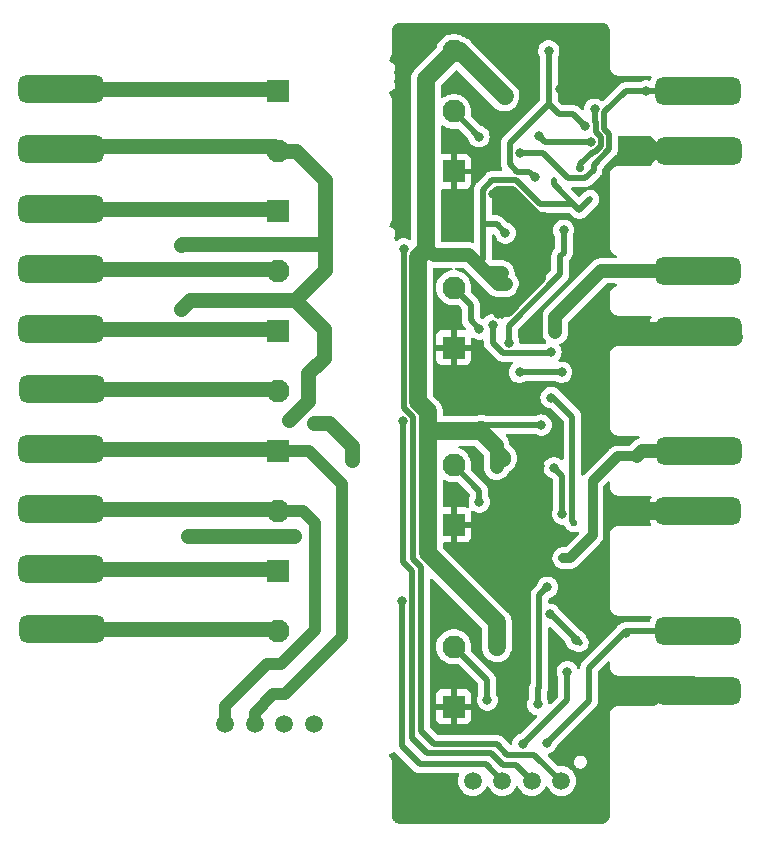
<source format=gbr>
%TF.GenerationSoftware,KiCad,Pcbnew,7.0.11*%
%TF.CreationDate,2025-07-03T12:22:14-04:00*%
%TF.ProjectId,14.1.6 - PMOS - PLC Connector Combined,31342e31-2e36-4202-9d20-504d4f53202d,rev?*%
%TF.SameCoordinates,Original*%
%TF.FileFunction,Copper,L2,Bot*%
%TF.FilePolarity,Positive*%
%FSLAX46Y46*%
G04 Gerber Fmt 4.6, Leading zero omitted, Abs format (unit mm)*
G04 Created by KiCad (PCBNEW 7.0.11) date 2025-07-03 12:22:14*
%MOMM*%
%LPD*%
G01*
G04 APERTURE LIST*
G04 Aperture macros list*
%AMRoundRect*
0 Rectangle with rounded corners*
0 $1 Rounding radius*
0 $2 $3 $4 $5 $6 $7 $8 $9 X,Y pos of 4 corners*
0 Add a 4 corners polygon primitive as box body*
4,1,4,$2,$3,$4,$5,$6,$7,$8,$9,$2,$3,0*
0 Add four circle primitives for the rounded corners*
1,1,$1+$1,$2,$3*
1,1,$1+$1,$4,$5*
1,1,$1+$1,$6,$7*
1,1,$1+$1,$8,$9*
0 Add four rect primitives between the rounded corners*
20,1,$1+$1,$2,$3,$4,$5,0*
20,1,$1+$1,$4,$5,$6,$7,0*
20,1,$1+$1,$6,$7,$8,$9,0*
20,1,$1+$1,$8,$9,$2,$3,0*%
G04 Aperture macros list end*
%TA.AperFunction,ComponentPad*%
%ADD10C,1.950000*%
%TD*%
%TA.AperFunction,ComponentPad*%
%ADD11R,1.950000X1.950000*%
%TD*%
%TA.AperFunction,ComponentPad*%
%ADD12C,1.498600*%
%TD*%
%TA.AperFunction,SMDPad,CuDef*%
%ADD13RoundRect,0.572500X3.045750X0.572500X-3.045750X0.572500X-3.045750X-0.572500X3.045750X-0.572500X0*%
%TD*%
%TA.AperFunction,ViaPad*%
%ADD14C,0.800000*%
%TD*%
%TA.AperFunction,ViaPad*%
%ADD15C,0.600000*%
%TD*%
%TA.AperFunction,ViaPad*%
%ADD16C,0.500000*%
%TD*%
%TA.AperFunction,ViaPad*%
%ADD17C,0.700000*%
%TD*%
%TA.AperFunction,Conductor*%
%ADD18C,1.143000*%
%TD*%
%TA.AperFunction,Conductor*%
%ADD19C,0.508000*%
%TD*%
%TA.AperFunction,Conductor*%
%ADD20C,1.270000*%
%TD*%
%TA.AperFunction,Conductor*%
%ADD21C,1.016000*%
%TD*%
%TA.AperFunction,Conductor*%
%ADD22C,0.812800*%
%TD*%
%TA.AperFunction,Conductor*%
%ADD23C,1.524000*%
%TD*%
%TA.AperFunction,Conductor*%
%ADD24C,0.762000*%
%TD*%
G04 APERTURE END LIST*
D10*
%TO.P,J317,1,1*%
%TO.N,Net-(D10-A)*%
X107500000Y-89000000D03*
D11*
%TO.P,J317,2,2*%
%TO.N,GNDPWR*%
X107500000Y-94080000D03*
%TD*%
D10*
%TO.P,J222,1,1*%
%TO.N,Net-(J205-Pin_1)*%
X92640000Y-97740000D03*
D11*
%TO.P,J222,2,2*%
%TO.N,Net-(J206-Pin_1)*%
X92640000Y-92660000D03*
%TD*%
D10*
%TO.P,J224,1,1*%
%TO.N,Net-(J201-Pin_1)*%
X92600000Y-118060000D03*
D11*
%TO.P,J224,2,2*%
%TO.N,Net-(J202-Pin_1)*%
X92600000Y-112980000D03*
%TD*%
D10*
%TO.P,J320,1,1*%
%TO.N,Net-(D11-A)*%
X107500000Y-104000000D03*
D11*
%TO.P,J320,2,2*%
%TO.N,GNDPWR*%
X107500000Y-109080000D03*
%TD*%
D12*
%TO.P,J226,1,1*%
%TO.N,Net-(J206-Pin_1)*%
X95660000Y-125970000D03*
%TO.P,J226,2,2*%
%TO.N,Net-(J205-Pin_1)*%
X93160000Y-125970000D03*
%TO.P,J226,3,3*%
%TO.N,Net-(J204-Pin_1)*%
X90660000Y-125970000D03*
%TO.P,J226,4,4*%
%TO.N,Net-(J203-Pin_1)*%
X88160000Y-125970000D03*
%TD*%
D10*
%TO.P,J318,1,1*%
%TO.N,Net-(D10-K)*%
X107500000Y-69000000D03*
%TO.P,J318,2,2*%
%TO.N,Net-(D1-A)*%
X107500000Y-74080000D03*
D11*
%TO.P,J318,3,3*%
%TO.N,GNDPWR*%
X107500000Y-79160000D03*
%TD*%
D10*
%TO.P,J221,1,1*%
%TO.N,Net-(J203-Pin_1)*%
X92640000Y-107900000D03*
D11*
%TO.P,J221,2,2*%
%TO.N,Net-(J204-Pin_1)*%
X92640000Y-102820000D03*
%TD*%
D10*
%TO.P,J223,1,1*%
%TO.N,M*%
X92640000Y-77420000D03*
D11*
%TO.P,J223,2,2*%
%TO.N,Net-(J210-Pin_1)*%
X92640000Y-72340000D03*
%TD*%
D10*
%TO.P,J225,1,1*%
%TO.N,Net-(J207-Pin_1)*%
X92640000Y-87580000D03*
D11*
%TO.P,J225,2,2*%
%TO.N,Net-(J208-Pin_1)*%
X92640000Y-82500000D03*
%TD*%
D10*
%TO.P,J319,1,1*%
%TO.N,Net-(D12-K)*%
X107500000Y-119400000D03*
D11*
%TO.P,J319,2,2*%
%TO.N,GNDPWR*%
X107500000Y-124480000D03*
%TD*%
D12*
%TO.P,J321,1,1*%
%TO.N,Net-(D1-A)*%
X116620000Y-130760000D03*
%TO.P,J321,2,2*%
%TO.N,Net-(D10-A)*%
X114120000Y-130760000D03*
%TO.P,J321,3,3*%
%TO.N,Net-(D11-A)*%
X111620000Y-130760000D03*
%TO.P,J321,4,4*%
%TO.N,Net-(D12-K)*%
X109120000Y-130760000D03*
%TD*%
D13*
%TO.P,J304,1,Pin_1*%
%TO.N,Net-(J304-Pin_1)*%
X128220000Y-72350000D03*
%TD*%
%TO.P,J212,1,Pin_1*%
%TO.N,Net-(J202-Pin_1)*%
X74258250Y-112817224D03*
%TD*%
%TO.P,J216,1,Pin_1*%
%TO.N,Net-(J206-Pin_1)*%
X74268250Y-92497224D03*
%TD*%
%TO.P,J213,1,Pin_1*%
%TO.N,Net-(J203-Pin_1)*%
X74268250Y-107737224D03*
%TD*%
%TO.P,J217,1,Pin_1*%
%TO.N,Net-(J207-Pin_1)*%
X74268250Y-87407224D03*
%TD*%
%TO.P,J308,1,Pin_1*%
%TO.N,Net-(J302-Pin_1)*%
X128220000Y-118070000D03*
%TD*%
%TO.P,J219,1,Pin_1*%
%TO.N,M*%
X74238250Y-77247224D03*
%TD*%
%TO.P,J211,1,Pin_1*%
%TO.N,Net-(J201-Pin_1)*%
X74340000Y-117907224D03*
%TD*%
%TO.P,J312,1,Pin_1*%
%TO.N,Net-(J306-Pin_1)*%
X128220000Y-87570000D03*
%TD*%
%TO.P,J316,1,Pin_1*%
%TO.N,Net-(J314-Pin_1)*%
X128230000Y-102800000D03*
%TD*%
%TO.P,J214,1,Pin_1*%
%TO.N,Net-(J204-Pin_1)*%
X74258250Y-102667224D03*
%TD*%
%TO.P,J305,1,Pin_1*%
%TO.N,GNDPWR*%
X128230000Y-92650000D03*
%TD*%
%TO.P,J301,1,Pin_1*%
%TO.N,GNDPWR*%
X128220000Y-123130000D03*
%TD*%
%TO.P,J215,1,Pin_1*%
%TO.N,Net-(J205-Pin_1)*%
X74320000Y-97580000D03*
%TD*%
%TO.P,J303,1,Pin_1*%
%TO.N,GNDPWR*%
X128240000Y-77410000D03*
%TD*%
%TO.P,J313,1,Pin_1*%
%TO.N,GNDPWR*%
X128220000Y-107900000D03*
%TD*%
%TO.P,J218,1,Pin_1*%
%TO.N,Net-(J208-Pin_1)*%
X74258250Y-82347224D03*
%TD*%
%TO.P,J220,1,Pin_1*%
%TO.N,Net-(J210-Pin_1)*%
X74238250Y-72187224D03*
%TD*%
D14*
%TO.N,Net-(J306-Pin_1)*%
X123120000Y-87640000D03*
X116101130Y-92741130D03*
%TO.N,Net-(J302-Pin_1)*%
X122080000Y-118210000D03*
X115360000Y-127560000D03*
%TO.N,Net-(J304-Pin_1)*%
X123780000Y-72340000D03*
X113114000Y-77620000D03*
%TO.N,Net-(J201-Pin_1)*%
X79471250Y-117874224D03*
X80868250Y-117874224D03*
X82265250Y-117874224D03*
%TO.N,Net-(J202-Pin_1)*%
X79471250Y-112794224D03*
X80868250Y-112794224D03*
X82392250Y-112794224D03*
%TO.N,Net-(J203-Pin_1)*%
X79471250Y-107714224D03*
X81249250Y-107714224D03*
X82773250Y-107714224D03*
%TO.N,Net-(J204-Pin_1)*%
X81249250Y-102634224D03*
X79598250Y-102634224D03*
X82773250Y-102634224D03*
%TO.N,Net-(J205-Pin_1)*%
X95679002Y-100444402D03*
X79852250Y-97554224D03*
X81503250Y-97554224D03*
X98902250Y-103600000D03*
X83027250Y-97554224D03*
%TO.N,Net-(J206-Pin_1)*%
X83281250Y-92474224D03*
X79852250Y-92474224D03*
X81630248Y-92474224D03*
%TO.N,Net-(J207-Pin_1)*%
X83027250Y-87394224D03*
X81376250Y-87394224D03*
X79852250Y-87394224D03*
%TO.N,Net-(J208-Pin_1)*%
X81503250Y-82314224D03*
X79725250Y-82314224D03*
X83281250Y-82314224D03*
%TO.N,M*%
X82773250Y-76980224D03*
X79344250Y-76980224D03*
X85000000Y-110000000D03*
X93600000Y-100200000D03*
X84400000Y-85400000D03*
X80995250Y-76980224D03*
X94000000Y-110000000D03*
X84400000Y-90800000D03*
%TO.N,Net-(J314-Pin_1)*%
X122980000Y-103290000D03*
X116760000Y-111890000D03*
%TO.N,GNDPWR*%
X111210000Y-91200000D03*
X115930000Y-118870000D03*
X115150000Y-112040000D03*
X119990000Y-82520000D03*
X118760000Y-97780000D03*
X110760000Y-111470000D03*
X123880000Y-76700000D03*
X103190000Y-133540000D03*
X122930000Y-76700000D03*
X123350000Y-93310000D03*
X123470000Y-122610000D03*
X124250000Y-123800000D03*
X123330000Y-107490000D03*
X116360000Y-102420000D03*
X124260000Y-122570000D03*
X123350000Y-108550000D03*
X121680000Y-92100000D03*
X121930000Y-108580000D03*
X121680000Y-93350000D03*
X103180000Y-132500000D03*
X123460000Y-123820000D03*
X103180000Y-131480000D03*
X122960000Y-77960000D03*
X114510000Y-97380000D03*
X123350000Y-92100000D03*
X110798870Y-81048870D03*
X121950000Y-107390000D03*
X116480000Y-72180000D03*
X123850000Y-77890000D03*
X114830000Y-104100000D03*
X115090672Y-83339328D03*
%TO.N,Net-(D10-A)*%
X116630000Y-96160000D03*
X103200000Y-100320000D03*
X109680000Y-92500000D03*
X113070000Y-96160000D03*
%TO.N,Net-(D5-K)*%
X114700000Y-76120000D03*
X119088933Y-76621067D03*
%TO.N,Net-(D6-K)*%
X110790000Y-92140000D03*
X115730000Y-94449130D03*
%TO.N,Net-(Q1-G)*%
X117110000Y-121510000D03*
X113340000Y-127670000D03*
%TO.N,Net-(Q2-G)*%
X116700000Y-108160000D03*
X116000000Y-104240000D03*
%TO.N,Net-(Q5-G)*%
X118581260Y-75286740D03*
X115550000Y-68940000D03*
X114390000Y-79660000D03*
%TO.N,Net-(Q6-G)*%
X112160000Y-93650000D03*
X116810000Y-84130000D03*
%TO.N,Net-(Q8-G)*%
X115750000Y-98310000D03*
D15*
X117668190Y-108888058D03*
D14*
%TO.N,Net-(Q10-G)*%
X115440000Y-114360000D03*
X114620000Y-124280000D03*
%TO.N,Net-(D11-A)*%
X103130000Y-115490000D03*
X109657500Y-107142500D03*
%TO.N,Net-(D10-K)*%
X117831130Y-118808870D03*
X108840000Y-101060000D03*
X111800000Y-72790000D03*
D16*
X119060122Y-81497617D03*
X115950000Y-79890000D03*
D14*
X109610000Y-115950000D03*
X114910000Y-100635000D03*
X111500000Y-118380000D03*
X111160000Y-119440000D03*
X109830000Y-101020000D03*
X111150000Y-104200000D03*
X115614000Y-116656000D03*
X111640000Y-87750000D03*
X111121811Y-72277590D03*
X111930000Y-88730000D03*
X111870000Y-84370000D03*
X111760000Y-103560000D03*
X110490000Y-71480000D03*
X110960000Y-88370000D03*
%TO.N,Net-(D1-K)*%
X119426265Y-73900000D03*
D17*
X118205033Y-78906000D03*
D14*
%TO.N,Net-(D1-A)*%
X109630000Y-76210000D03*
X103270000Y-85720000D03*
%TO.N,Net-(D12-K)*%
X110345000Y-123915000D03*
%TD*%
D18*
%TO.N,Net-(J306-Pin_1)*%
X116101130Y-92741130D02*
X116101130Y-91458870D01*
X116101130Y-91458870D02*
X119990000Y-87570000D01*
X119990000Y-87570000D02*
X128220000Y-87570000D01*
X123190000Y-87570000D02*
X128220000Y-87570000D01*
D19*
X123120000Y-87640000D02*
X123190000Y-87570000D01*
%TO.N,Net-(J302-Pin_1)*%
X122080000Y-118210000D02*
X122220000Y-118070000D01*
X122220000Y-118070000D02*
X128220000Y-118070000D01*
X121907629Y-118210000D02*
X122080000Y-118210000D01*
X118960000Y-123960000D02*
X118960000Y-121157629D01*
X115360000Y-127560000D02*
X118960000Y-123960000D01*
X118960000Y-121157629D02*
X121907629Y-118210000D01*
%TO.N,Net-(J304-Pin_1)*%
X128220000Y-72350000D02*
X123790000Y-72350000D01*
X117170000Y-79710000D02*
X118650000Y-79710000D01*
X118650000Y-79710000D02*
X119340000Y-79020000D01*
X120650933Y-75974065D02*
X120240000Y-75563130D01*
X119340000Y-78579003D02*
X120650933Y-77268070D01*
X113114000Y-77620000D02*
X115080000Y-77620000D01*
X120650933Y-77268070D02*
X120650933Y-75974065D01*
X123790000Y-72350000D02*
X123780000Y-72340000D01*
X120240000Y-74157629D02*
X122057629Y-72340000D01*
X128180000Y-72390000D02*
X128220000Y-72350000D01*
X115080000Y-77620000D02*
X117170000Y-79710000D01*
X119340000Y-79020000D02*
X119340000Y-78579003D01*
X120240000Y-75563130D02*
X120240000Y-74157629D01*
X122057629Y-72340000D02*
X123780000Y-72340000D01*
D20*
%TO.N,Net-(J201-Pin_1)*%
X84805250Y-117874220D02*
X74278395Y-117874220D01*
X92425250Y-117863198D02*
X92425250Y-117747224D01*
X79471250Y-117874224D02*
X80868250Y-117874224D01*
X82265250Y-117874224D02*
X92414224Y-117874224D01*
X74278395Y-117874220D02*
X74278391Y-117874224D01*
X92414224Y-117874224D02*
X92425250Y-117863198D01*
X80868250Y-117874224D02*
X82265250Y-117874224D01*
X74278391Y-117874224D02*
X79471250Y-117874224D01*
%TO.N,Net-(J202-Pin_1)*%
X80868250Y-112794224D02*
X79471250Y-112794224D01*
X92457224Y-112837224D02*
X92600000Y-112980000D01*
X79514250Y-112837224D02*
X92457224Y-112837224D01*
X79471250Y-112794224D02*
X79514250Y-112837224D01*
X82392250Y-112794224D02*
X80868250Y-112794224D01*
X79471250Y-112794224D02*
X74279942Y-112794224D01*
X74279942Y-112794224D02*
X74271976Y-112802190D01*
D21*
%TO.N,Net-(J203-Pin_1)*%
X95753000Y-117992000D02*
X92875000Y-120870000D01*
X91670000Y-120870000D02*
X88160000Y-124380000D01*
D20*
X79471250Y-107714224D02*
X74289842Y-107714224D01*
D21*
X94700000Y-107900000D02*
X95753000Y-108953000D01*
X92875000Y-120870000D02*
X91670000Y-120870000D01*
D20*
X81249250Y-107714224D02*
X79471250Y-107714224D01*
X92425250Y-107587224D02*
X92298250Y-107714224D01*
X92298250Y-107714224D02*
X82773250Y-107714224D01*
D21*
X92640000Y-107900000D02*
X94700000Y-107900000D01*
X88160000Y-124380000D02*
X88160000Y-125970000D01*
D20*
X82773250Y-107714224D02*
X81249250Y-107714224D01*
D21*
X95753000Y-108953000D02*
X95753000Y-117992000D01*
D20*
X74289842Y-107714224D02*
X74280369Y-107723697D01*
D21*
%TO.N,Net-(J204-Pin_1)*%
X93180000Y-123420000D02*
X92230000Y-123420000D01*
X92640000Y-102820000D02*
X95220000Y-102820000D01*
D20*
X82773250Y-102634224D02*
X81249250Y-102634224D01*
D21*
X98000000Y-105600000D02*
X98000000Y-118600000D01*
D20*
X81249250Y-102634224D02*
X79598250Y-102634224D01*
X74283060Y-102634224D02*
X74271976Y-102645308D01*
D21*
X90660000Y-124990000D02*
X90660000Y-125970000D01*
X92230000Y-123420000D02*
X90660000Y-124990000D01*
X98000000Y-118600000D02*
X93180000Y-123420000D01*
D20*
X92454224Y-102634224D02*
X82773250Y-102634224D01*
X79598250Y-102634224D02*
X74283060Y-102634224D01*
D21*
X95220000Y-102820000D02*
X98000000Y-105600000D01*
D20*
X92640000Y-102820000D02*
X92454224Y-102634224D01*
%TO.N,Net-(J205-Pin_1)*%
X92298250Y-97554224D02*
X83027250Y-97554224D01*
X98902250Y-103600000D02*
X98902250Y-102380000D01*
X83027250Y-97554224D02*
X81503250Y-97554224D01*
X81503250Y-97554224D02*
X79852250Y-97554224D01*
X79852250Y-97554224D02*
X74199025Y-97554224D01*
X74199025Y-97554224D02*
X74168250Y-97584999D01*
X96966652Y-100444402D02*
X95679002Y-100444402D01*
X98902250Y-102380000D02*
X96966652Y-100444402D01*
X92425250Y-97427224D02*
X92298250Y-97554224D01*
%TO.N,Net-(J206-Pin_1)*%
X79845556Y-92480918D02*
X79852250Y-92474224D01*
X74272660Y-92480918D02*
X79845556Y-92480918D01*
X81630248Y-92474224D02*
X79852250Y-92474224D01*
X92425250Y-92347224D02*
X92298250Y-92474224D01*
X74273749Y-92482007D02*
X78836250Y-92482007D01*
X74272660Y-92480918D02*
X74273749Y-92482007D01*
X83281250Y-92474224D02*
X81630248Y-92474224D01*
X92298250Y-92474224D02*
X83281250Y-92474224D01*
%TO.N,Net-(J207-Pin_1)*%
X74287737Y-87394224D02*
X83027250Y-87394224D01*
X79852250Y-87394224D02*
X79861592Y-87403566D01*
X74271976Y-87409985D02*
X74287737Y-87394224D01*
X81366908Y-87403566D02*
X81376250Y-87394224D01*
X92298250Y-87394224D02*
X92425250Y-87267224D01*
X83027250Y-87394224D02*
X92298250Y-87394224D01*
X84805250Y-87394224D02*
X81376250Y-87394224D01*
X79861592Y-87403566D02*
X81366908Y-87403566D01*
%TO.N,Net-(J208-Pin_1)*%
X74278395Y-82325125D02*
X74289296Y-82314224D01*
X81503250Y-82314224D02*
X83281250Y-82314224D01*
X79725250Y-82314224D02*
X81503250Y-82314224D01*
X83281250Y-82314224D02*
X92298250Y-82314224D01*
X74289296Y-82314224D02*
X79725250Y-82314224D01*
X92298250Y-82314224D02*
X92425250Y-82187224D01*
X84794349Y-82325125D02*
X74278395Y-82325125D01*
%TO.N,M*%
X79344250Y-76980224D02*
X74564650Y-76980224D01*
X94135026Y-77420000D02*
X96616250Y-79901224D01*
X96489250Y-94910750D02*
X96489250Y-92474224D01*
X94000000Y-110000000D02*
X85000000Y-110000000D01*
X95200000Y-98600000D02*
X95200000Y-96200000D01*
X82773250Y-76980224D02*
X80995250Y-76980224D01*
X82773250Y-76980224D02*
X92298250Y-76980224D01*
X96616250Y-79901224D02*
X96616250Y-87521224D01*
X95200000Y-96200000D02*
X96489250Y-94910750D01*
X74564650Y-76980224D02*
X74293347Y-77251527D01*
X96489250Y-92474224D02*
X94076250Y-90061224D01*
X84400000Y-90800000D02*
X85138776Y-90061224D01*
X85138776Y-90061224D02*
X94076250Y-90061224D01*
X80995250Y-76980224D02*
X79344250Y-76980224D01*
X84515032Y-85284968D02*
X96616250Y-85284968D01*
X96616250Y-87521224D02*
X94076250Y-90061224D01*
X92298250Y-76980224D02*
X92425250Y-77107224D01*
X93578776Y-100221224D02*
X95200000Y-98600000D01*
X92640000Y-77420000D02*
X94135026Y-77420000D01*
X84400000Y-85400000D02*
X84515032Y-85284968D01*
%TO.N,Net-(J210-Pin_1)*%
X92298250Y-72154224D02*
X74289963Y-72154224D01*
X74289963Y-72154224D02*
X74268986Y-72175201D01*
X92425250Y-72027224D02*
X92298250Y-72154224D01*
D22*
%TO.N,Net-(J314-Pin_1)*%
X119270000Y-109940227D02*
X119270000Y-105390740D01*
D18*
X123470000Y-102800000D02*
X128230000Y-102800000D01*
D22*
X117320227Y-111890000D02*
X119270000Y-109940227D01*
X119270000Y-105390740D02*
X121370740Y-103290000D01*
X121370740Y-103290000D02*
X122980000Y-103290000D01*
D18*
X122980000Y-103290000D02*
X123470000Y-102800000D01*
D22*
X116760000Y-111890000D02*
X117320227Y-111890000D01*
D23*
%TO.N,GNDPWR*%
X123958510Y-123130000D02*
X123460000Y-123628510D01*
X124330000Y-77410000D02*
X123850000Y-77890000D01*
X128230000Y-92650000D02*
X123848510Y-92650000D01*
D19*
X120400400Y-82109600D02*
X120400400Y-78939600D01*
X119990000Y-82520000D02*
X120400400Y-82109600D01*
D24*
X119790000Y-96750000D02*
X119790000Y-94746888D01*
D23*
X128220000Y-107900000D02*
X123838510Y-107900000D01*
X128220000Y-107900000D02*
X122418510Y-107900000D01*
X128220000Y-123130000D02*
X123987490Y-123130000D01*
X128230000Y-92650000D02*
X123867490Y-92650000D01*
X122228510Y-92650000D02*
X121730000Y-93148510D01*
D18*
X115150000Y-112040000D02*
X114580000Y-111470000D01*
D23*
X122418510Y-107900000D02*
X121930000Y-108388510D01*
D18*
X114580000Y-111470000D02*
X110760000Y-111470000D01*
D23*
X123740000Y-107900000D02*
X123330000Y-107490000D01*
X128240000Y-77410000D02*
X124397490Y-77410000D01*
D19*
X121380000Y-77960000D02*
X122960000Y-77960000D01*
D23*
X123987490Y-123130000D02*
X123470000Y-122612510D01*
X131050278Y-93148510D02*
X131227243Y-93143556D01*
X128240000Y-77410000D02*
X123447490Y-77410000D01*
X124748510Y-123130000D02*
X124250000Y-123628510D01*
X128230000Y-92650000D02*
X122228510Y-92650000D01*
X128240000Y-77410000D02*
X123458510Y-77410000D01*
X123848510Y-92650000D02*
X123350000Y-93148510D01*
X127702510Y-122612510D02*
X124260000Y-122612510D01*
X123447490Y-77410000D02*
X122930000Y-76892510D01*
D19*
X115090672Y-83339328D02*
X115090672Y-88249328D01*
X115090672Y-88249328D02*
X112140000Y-91200000D01*
D24*
X121186888Y-93350000D02*
X121680000Y-93350000D01*
D23*
X123867490Y-92650000D02*
X123350000Y-92132510D01*
D19*
X112140000Y-91200000D02*
X111210000Y-91200000D01*
D18*
X103190000Y-133540000D02*
X103180000Y-133530000D01*
D23*
X122185698Y-92650000D02*
X121678794Y-92143096D01*
X128220000Y-107900000D02*
X123740000Y-107900000D01*
X128220000Y-107900000D02*
X122460000Y-107900000D01*
D24*
X118760000Y-97780000D02*
X119790000Y-96750000D01*
D23*
X128230000Y-92650000D02*
X122185698Y-92650000D01*
X123838510Y-107900000D02*
X123350000Y-108388510D01*
D24*
X115090672Y-83339328D02*
X112466344Y-80715000D01*
D23*
X121730000Y-93148510D02*
X131050278Y-93148510D01*
X124397490Y-77410000D02*
X123880000Y-76892510D01*
X123458510Y-77410000D02*
X122960000Y-77908510D01*
X128220000Y-123130000D02*
X127702510Y-122612510D01*
D24*
X119790000Y-94746888D02*
X121186888Y-93350000D01*
X111132740Y-80715000D02*
X110798870Y-81048870D01*
D23*
X122460000Y-107900000D02*
X121950000Y-107390000D01*
X128220000Y-123130000D02*
X124748510Y-123130000D01*
X128240000Y-77410000D02*
X124330000Y-77410000D01*
X128220000Y-123130000D02*
X123958510Y-123130000D01*
D24*
X112466344Y-80715000D02*
X111132740Y-80715000D01*
D19*
X120400400Y-78939600D02*
X121380000Y-77960000D01*
%TO.N,Net-(D10-A)*%
X103200000Y-112220000D02*
X103984000Y-113004000D01*
X108940000Y-91760000D02*
X108940000Y-90440000D01*
X112789700Y-129429700D02*
X114120000Y-130760000D01*
X103970000Y-127160000D02*
X105230000Y-128420000D01*
X103984000Y-113004000D02*
X103984000Y-115843739D01*
X108940000Y-90440000D02*
X107500000Y-89000000D01*
X109680000Y-92500000D02*
X108940000Y-91760000D01*
X103200000Y-100320000D02*
X103200000Y-112220000D01*
X105230000Y-128420000D02*
X110640474Y-128420000D01*
X103970000Y-115857739D02*
X103970000Y-127160000D01*
X103984000Y-115843739D02*
X103970000Y-115857739D01*
X113070000Y-96160000D02*
X116630000Y-96160000D01*
X110640474Y-128420000D02*
X111650174Y-129429700D01*
X111650174Y-129429700D02*
X112789700Y-129429700D01*
%TO.N,Net-(D5-K)*%
X114700000Y-76120000D02*
X115220000Y-76640000D01*
X115220000Y-76640000D02*
X119070000Y-76640000D01*
X119070000Y-76640000D02*
X119088933Y-76621067D01*
%TO.N,Net-(D6-K)*%
X110790000Y-93660000D02*
X110790000Y-92140000D01*
X115730000Y-94449130D02*
X115675130Y-94504000D01*
X111634000Y-94504000D02*
X110790000Y-93660000D01*
X115675130Y-94504000D02*
X111634000Y-94504000D01*
%TO.N,Net-(Q1-G)*%
X113340000Y-127670000D02*
X117110000Y-123900000D01*
X117110000Y-123900000D02*
X117110000Y-121510000D01*
%TO.N,Net-(Q2-G)*%
X116700000Y-108160000D02*
X116684866Y-108144866D01*
X116684866Y-108144866D02*
X116684866Y-104924866D01*
X116684866Y-104924866D02*
X116000000Y-104240000D01*
%TO.N,Net-(Q5-G)*%
X116380000Y-74300000D02*
X115550000Y-73470000D01*
X115550000Y-73470000D02*
X115550000Y-71870000D01*
X112892000Y-79172000D02*
X112260000Y-78540000D01*
X113902000Y-79172000D02*
X112892000Y-79172000D01*
X112260000Y-76760000D02*
X115550000Y-73470000D01*
X117594520Y-74300000D02*
X116380000Y-74300000D01*
X118581260Y-75286740D02*
X117594520Y-74300000D01*
X115550000Y-71870000D02*
X115550000Y-68940000D01*
X114390000Y-79660000D02*
X113902000Y-79172000D01*
X112260000Y-78540000D02*
X112260000Y-76760000D01*
%TO.N,Net-(Q6-G)*%
X116530000Y-86320000D02*
X116530000Y-87840000D01*
X116810000Y-84130000D02*
X116810000Y-86040000D01*
X116810000Y-86040000D02*
X116530000Y-86320000D01*
X112160000Y-92210000D02*
X112160000Y-93650000D01*
X116530000Y-87840000D02*
X112160000Y-92210000D01*
%TO.N,Net-(Q8-G)*%
X117554000Y-99924000D02*
X117554000Y-108773868D01*
X117674430Y-108894298D02*
X117674430Y-108944136D01*
X115750000Y-98310000D02*
X115940000Y-98310000D01*
X117554000Y-108773868D02*
X117674430Y-108894298D01*
X115940000Y-98310000D02*
X117554000Y-99924000D01*
%TO.N,Net-(Q10-G)*%
X114760000Y-122820000D02*
X114760000Y-115040000D01*
X114760000Y-115040000D02*
X115440000Y-114360000D01*
X114620000Y-122960000D02*
X114760000Y-122820000D01*
X114620000Y-124280000D02*
X114620000Y-122960000D01*
%TO.N,Net-(D11-A)*%
X104640000Y-129340000D02*
X110200000Y-129340000D01*
X107500000Y-104050000D02*
X107500000Y-104000000D01*
X109657500Y-107142500D02*
X109657500Y-106207500D01*
X103130000Y-115490000D02*
X103130000Y-127830000D01*
X110200000Y-129340000D02*
X111620000Y-130760000D01*
X109657500Y-106207500D02*
X107500000Y-104050000D01*
X103130000Y-127830000D02*
X104640000Y-129340000D01*
%TO.N,Net-(D10-K)*%
X109944870Y-80695131D02*
X109944870Y-81402609D01*
X118143306Y-82414433D02*
X117608873Y-81880000D01*
D23*
X105140000Y-83330000D02*
X105140000Y-71360000D01*
D19*
X114810000Y-81877788D02*
X112812212Y-79880000D01*
X115950000Y-80221127D02*
X118143306Y-82414433D01*
X110215000Y-100635000D02*
X109830000Y-101020000D01*
X110025000Y-101215000D02*
X109830000Y-101020000D01*
D18*
X108760000Y-86220000D02*
X105800000Y-86220000D01*
X110290000Y-87750000D02*
X108760000Y-86220000D01*
D23*
X105310000Y-99480316D02*
X105310000Y-101100000D01*
D19*
X109960000Y-83630000D02*
X109960000Y-86590000D01*
D18*
X110980000Y-88440000D02*
X110960000Y-88420000D01*
D19*
X111130000Y-83630000D02*
X109960000Y-83630000D01*
X111870000Y-84370000D02*
X111130000Y-83630000D01*
X109944870Y-81402609D02*
X109960000Y-81417739D01*
D23*
X108524000Y-101150000D02*
X108474000Y-101100000D01*
D18*
X109830000Y-101020000D02*
X111150000Y-102340000D01*
D19*
X115460000Y-81880000D02*
X115457788Y-81877788D01*
X115950000Y-79890000D02*
X115950000Y-80221127D01*
D18*
X111150000Y-102340000D02*
X111150000Y-104200000D01*
D19*
X117888870Y-118808870D02*
X118170000Y-119090000D01*
X112812212Y-79880000D02*
X110760000Y-79880000D01*
D18*
X111760000Y-103330000D02*
X111760000Y-103560000D01*
X111240000Y-88700000D02*
X110290000Y-87750000D01*
D23*
X108474000Y-101100000D02*
X105310000Y-101100000D01*
D19*
X109960000Y-81417739D02*
X109960000Y-83630000D01*
X117608873Y-81880000D02*
X115460000Y-81880000D01*
D23*
X105310000Y-111490316D02*
X105310000Y-101100000D01*
D19*
X114910000Y-100635000D02*
X110215000Y-100635000D01*
X115457788Y-81877788D02*
X114810000Y-81877788D01*
D23*
X105140000Y-85776159D02*
X104486000Y-86430159D01*
D18*
X111580000Y-87750000D02*
X110290000Y-87750000D01*
D19*
X109960000Y-86590000D02*
X109545000Y-87005000D01*
D23*
X104486000Y-86430159D02*
X104486000Y-98656316D01*
D19*
X117831130Y-118808870D02*
X117831130Y-118751130D01*
D18*
X109610000Y-101180000D02*
X111760000Y-103330000D01*
D19*
X115736000Y-116656000D02*
X115614000Y-116656000D01*
X110760000Y-79880000D02*
X109944870Y-80695131D01*
D23*
X109830000Y-101020000D02*
X109700000Y-101150000D01*
X111160000Y-117340316D02*
X105310000Y-111490316D01*
X105140000Y-71360000D02*
X107500000Y-69000000D01*
D18*
X105800000Y-86220000D02*
X105140000Y-85560000D01*
X105140000Y-85560000D02*
X105140000Y-83330000D01*
D19*
X110155000Y-101215000D02*
X110025000Y-101215000D01*
D23*
X104486000Y-98656316D02*
X105310000Y-99480316D01*
D18*
X111920000Y-88700000D02*
X111240000Y-88700000D01*
D23*
X107500000Y-69000000D02*
X108010000Y-69000000D01*
D18*
X110960000Y-88420000D02*
X110960000Y-88370000D01*
D23*
X105140000Y-83330000D02*
X105140000Y-85776159D01*
D19*
X117831130Y-118751130D02*
X115736000Y-116656000D01*
D18*
X110960000Y-88370000D02*
X111580000Y-87750000D01*
D23*
X109700000Y-101150000D02*
X108524000Y-101150000D01*
X108010000Y-69000000D02*
X111800000Y-72790000D01*
D19*
X119060122Y-81497617D02*
X118143306Y-82414433D01*
D23*
X111160000Y-119440000D02*
X111160000Y-117340316D01*
D19*
X117831130Y-118808870D02*
X117888870Y-118808870D01*
%TO.N,Net-(D1-K)*%
X119442672Y-77475067D02*
X119942933Y-76974806D01*
X119942933Y-76267328D02*
X119532000Y-75856395D01*
X119274933Y-77475067D02*
X119442672Y-77475067D01*
X119532000Y-75856395D02*
X119532000Y-75029740D01*
X118205033Y-78544967D02*
X119274933Y-77475067D01*
X119532000Y-75029740D02*
X119426265Y-74924005D01*
X119942933Y-76974806D02*
X119942933Y-76267328D01*
X118205033Y-78906000D02*
X118205033Y-78544967D01*
X119426265Y-74924005D02*
X119426265Y-73900000D01*
%TO.N,Net-(D1-A)*%
X103270000Y-85720000D02*
X103270000Y-99160000D01*
X104748000Y-126568000D02*
X105820000Y-127640000D01*
X105820000Y-127640000D02*
X111150000Y-127640000D01*
X104054000Y-111954000D02*
X104748000Y-112648000D01*
X104054000Y-99944000D02*
X104054000Y-111954000D01*
X114330000Y-128530000D02*
X116560000Y-130760000D01*
X111150000Y-127640000D02*
X112040000Y-128530000D01*
X112040000Y-128530000D02*
X114330000Y-128530000D01*
X104748000Y-112648000D02*
X104748000Y-126568000D01*
X103270000Y-99160000D02*
X104054000Y-99944000D01*
X116560000Y-130760000D02*
X116620000Y-130760000D01*
X109630000Y-76210000D02*
X107500000Y-74080000D01*
%TO.N,Net-(D12-K)*%
X110345000Y-123915000D02*
X110345000Y-122245000D01*
X110345000Y-122245000D02*
X107500000Y-119400000D01*
%TD*%
%TA.AperFunction,Conductor*%
%TO.N,GNDPWR*%
G36*
X120658834Y-120628333D02*
G01*
X120714767Y-120670205D01*
X120739184Y-120735669D01*
X120739500Y-120744515D01*
X120739500Y-121049137D01*
X120739489Y-121049174D01*
X120739490Y-121174429D01*
X120768332Y-121319419D01*
X120768335Y-121319429D01*
X120824906Y-121455998D01*
X120824908Y-121456002D01*
X120824910Y-121456006D01*
X120824913Y-121456010D01*
X120824915Y-121456014D01*
X120868683Y-121521515D01*
X120907045Y-121578926D01*
X121011581Y-121683462D01*
X121134503Y-121765594D01*
X121134509Y-121765596D01*
X121134510Y-121765597D01*
X121200566Y-121792958D01*
X121271086Y-121822168D01*
X121271090Y-121822168D01*
X121271091Y-121822169D01*
X121416079Y-121851010D01*
X121416082Y-121851010D01*
X121489901Y-121851010D01*
X124123704Y-121851010D01*
X124190743Y-121870695D01*
X124236498Y-121923499D01*
X124246442Y-121992657D01*
X124230005Y-122035174D01*
X124231489Y-122035985D01*
X124228655Y-122041173D01*
X124148030Y-122229449D01*
X124148028Y-122229456D01*
X124104491Y-122429589D01*
X124101750Y-122475621D01*
X124101750Y-123784378D01*
X124104491Y-123830410D01*
X124148028Y-124030543D01*
X124148030Y-124030550D01*
X124227958Y-124217197D01*
X124236253Y-124286573D01*
X124205724Y-124349420D01*
X124146064Y-124385785D01*
X124113970Y-124390010D01*
X121541372Y-124390010D01*
X121541338Y-124390000D01*
X121490000Y-124390000D01*
X121416082Y-124390000D01*
X121416080Y-124390000D01*
X121271091Y-124418840D01*
X121271085Y-124418842D01*
X121134506Y-124475414D01*
X121011582Y-124557551D01*
X120907040Y-124662094D01*
X120824918Y-124785002D01*
X120824911Y-124785014D01*
X120768341Y-124921588D01*
X120768340Y-124921592D01*
X120768339Y-124921595D01*
X120739985Y-125064148D01*
X120739499Y-125066593D01*
X120739500Y-125140510D01*
X120739500Y-133634413D01*
X120738903Y-133646571D01*
X120736095Y-133675073D01*
X120735913Y-133676793D01*
X120723876Y-133783665D01*
X120719315Y-133805784D01*
X120704090Y-133855972D01*
X120702471Y-133860930D01*
X120676325Y-133935650D01*
X120668641Y-133953151D01*
X120641544Y-134003843D01*
X120637181Y-134011359D01*
X120597643Y-134074284D01*
X120588501Y-134086978D01*
X120551060Y-134132599D01*
X120542888Y-134141615D01*
X120491105Y-134193397D01*
X120482089Y-134201569D01*
X120436470Y-134239007D01*
X120423779Y-134248146D01*
X120360853Y-134287686D01*
X120353331Y-134292052D01*
X120302641Y-134319145D01*
X120285144Y-134326828D01*
X120210411Y-134352978D01*
X120205453Y-134354596D01*
X120155267Y-134369820D01*
X120133154Y-134374380D01*
X120026862Y-134386356D01*
X120025136Y-134386539D01*
X120006960Y-134388329D01*
X119995957Y-134389413D01*
X119983806Y-134390010D01*
X102996093Y-134390010D01*
X102983939Y-134389413D01*
X102978122Y-134388840D01*
X102955737Y-134386635D01*
X102954001Y-134386451D01*
X102846736Y-134374358D01*
X102824633Y-134369800D01*
X102774997Y-134354743D01*
X102770040Y-134353124D01*
X102694734Y-134326775D01*
X102677235Y-134319092D01*
X102626917Y-134292196D01*
X102619400Y-134287833D01*
X102556093Y-134248055D01*
X102543399Y-134238914D01*
X102498051Y-134201698D01*
X102489035Y-134193526D01*
X102436977Y-134141468D01*
X102428807Y-134132454D01*
X102416429Y-134117372D01*
X102391583Y-134087097D01*
X102382457Y-134074427D01*
X102342666Y-134011101D01*
X102338321Y-134003616D01*
X102311405Y-133953261D01*
X102303727Y-133935774D01*
X102277365Y-133860438D01*
X102275773Y-133855560D01*
X102260701Y-133805878D01*
X102256144Y-133783780D01*
X102243984Y-133675867D01*
X102243810Y-133674218D01*
X102241097Y-133646669D01*
X102240500Y-133634516D01*
X102240500Y-129114795D01*
X102240011Y-129112177D01*
X102206429Y-128932530D01*
X102139448Y-128759631D01*
X102059024Y-128629743D01*
X102040469Y-128562383D01*
X102061278Y-128495684D01*
X102114843Y-128450822D01*
X102146803Y-128441728D01*
X102192457Y-128435165D01*
X102323373Y-128375377D01*
X102323375Y-128375374D01*
X102323377Y-128375374D01*
X102359413Y-128344148D01*
X102387310Y-128319975D01*
X102450864Y-128290950D01*
X102520023Y-128300893D01*
X102553603Y-128323491D01*
X102602974Y-128370070D01*
X102605525Y-128372549D01*
X104061234Y-129828258D01*
X104073016Y-129841891D01*
X104087461Y-129861294D01*
X104125634Y-129893325D01*
X104133609Y-129900633D01*
X104137557Y-129904581D01*
X104137565Y-129904588D01*
X104162008Y-129923917D01*
X104164800Y-129926191D01*
X104222569Y-129974664D01*
X104222573Y-129974667D01*
X104222575Y-129974668D01*
X104228607Y-129978635D01*
X104228576Y-129978680D01*
X104235038Y-129982797D01*
X104235067Y-129982751D01*
X104241203Y-129986536D01*
X104241205Y-129986537D01*
X104241208Y-129986539D01*
X104309597Y-130018429D01*
X104312779Y-130019969D01*
X104380189Y-130053824D01*
X104380194Y-130053825D01*
X104386979Y-130056295D01*
X104386960Y-130056347D01*
X104394188Y-130058859D01*
X104394206Y-130058808D01*
X104401056Y-130061078D01*
X104401059Y-130061078D01*
X104401060Y-130061079D01*
X104474993Y-130076344D01*
X104478354Y-130077089D01*
X104551812Y-130094500D01*
X104551818Y-130094500D01*
X104558985Y-130095338D01*
X104558978Y-130095391D01*
X104566595Y-130096169D01*
X104566600Y-130096116D01*
X104573789Y-130096745D01*
X104573792Y-130096744D01*
X104573793Y-130096745D01*
X104633067Y-130095020D01*
X104649161Y-130094552D01*
X104652767Y-130094500D01*
X107856685Y-130094500D01*
X107923724Y-130114185D01*
X107969479Y-130166989D01*
X107979423Y-130236147D01*
X107969067Y-130270905D01*
X107941087Y-130330908D01*
X107941083Y-130330917D01*
X107884487Y-130542140D01*
X107884485Y-130542150D01*
X107865426Y-130759999D01*
X107865426Y-130760000D01*
X107884485Y-130977849D01*
X107884487Y-130977859D01*
X107941083Y-131189082D01*
X107941085Y-131189086D01*
X107941086Y-131189090D01*
X107948998Y-131206057D01*
X108033506Y-131387286D01*
X108033507Y-131387287D01*
X108158941Y-131566425D01*
X108313575Y-131721059D01*
X108492713Y-131846493D01*
X108690910Y-131938914D01*
X108902146Y-131995514D01*
X109076429Y-132010762D01*
X109119999Y-132014574D01*
X109120000Y-132014574D01*
X109120001Y-132014574D01*
X109156309Y-132011397D01*
X109337854Y-131995514D01*
X109549090Y-131938914D01*
X109747287Y-131846493D01*
X109926425Y-131721059D01*
X110081059Y-131566425D01*
X110206493Y-131387287D01*
X110257618Y-131277648D01*
X110303790Y-131225209D01*
X110370984Y-131206057D01*
X110437865Y-131226273D01*
X110482381Y-131277648D01*
X110533507Y-131387287D01*
X110658941Y-131566425D01*
X110813575Y-131721059D01*
X110992713Y-131846493D01*
X111190910Y-131938914D01*
X111402146Y-131995514D01*
X111576429Y-132010762D01*
X111619999Y-132014574D01*
X111620000Y-132014574D01*
X111620001Y-132014574D01*
X111656309Y-132011397D01*
X111837854Y-131995514D01*
X112049090Y-131938914D01*
X112247287Y-131846493D01*
X112426425Y-131721059D01*
X112581059Y-131566425D01*
X112706493Y-131387287D01*
X112757618Y-131277648D01*
X112803790Y-131225209D01*
X112870984Y-131206057D01*
X112937865Y-131226273D01*
X112982381Y-131277648D01*
X113033507Y-131387287D01*
X113158941Y-131566425D01*
X113313575Y-131721059D01*
X113492713Y-131846493D01*
X113690910Y-131938914D01*
X113902146Y-131995514D01*
X114076429Y-132010762D01*
X114119999Y-132014574D01*
X114120000Y-132014574D01*
X114120001Y-132014574D01*
X114156309Y-132011397D01*
X114337854Y-131995514D01*
X114549090Y-131938914D01*
X114747287Y-131846493D01*
X114926425Y-131721059D01*
X115081059Y-131566425D01*
X115206493Y-131387287D01*
X115257618Y-131277648D01*
X115303790Y-131225209D01*
X115370984Y-131206057D01*
X115437865Y-131226273D01*
X115482381Y-131277648D01*
X115533507Y-131387287D01*
X115658941Y-131566425D01*
X115813575Y-131721059D01*
X115992713Y-131846493D01*
X116190910Y-131938914D01*
X116402146Y-131995514D01*
X116576429Y-132010762D01*
X116619999Y-132014574D01*
X116620000Y-132014574D01*
X116620001Y-132014574D01*
X116656309Y-132011397D01*
X116837854Y-131995514D01*
X117049090Y-131938914D01*
X117247287Y-131846493D01*
X117426425Y-131721059D01*
X117581059Y-131566425D01*
X117706493Y-131387287D01*
X117798914Y-131189090D01*
X117855514Y-130977854D01*
X117874574Y-130760000D01*
X117855514Y-130542146D01*
X117798914Y-130330910D01*
X117706493Y-130132713D01*
X117581059Y-129953575D01*
X117426425Y-129798941D01*
X117265013Y-129685919D01*
X117247286Y-129673506D01*
X117117772Y-129613113D01*
X117049090Y-129581086D01*
X117049086Y-129581085D01*
X117049082Y-129581083D01*
X116837859Y-129524487D01*
X116837849Y-129524485D01*
X116620001Y-129505426D01*
X116619998Y-129505426D01*
X116449966Y-129520301D01*
X116381466Y-129506534D01*
X116351478Y-129484454D01*
X116027024Y-129160000D01*
X117664750Y-129160000D01*
X117683670Y-129303708D01*
X117683671Y-129303712D01*
X117739137Y-129437622D01*
X117739138Y-129437624D01*
X117739139Y-129437625D01*
X117827379Y-129552621D01*
X117850914Y-129570680D01*
X117942371Y-129640859D01*
X117942373Y-129640860D01*
X117942375Y-129640861D01*
X117960116Y-129648209D01*
X117963857Y-129649950D01*
X117964095Y-129650035D01*
X117970053Y-129652325D01*
X118076291Y-129696330D01*
X118095425Y-129698849D01*
X118104458Y-129700380D01*
X118107563Y-129701024D01*
X118107573Y-129701028D01*
X118111436Y-129701292D01*
X118112863Y-129701390D01*
X118120565Y-129702158D01*
X118220000Y-129715250D01*
X118240374Y-129712567D01*
X118249274Y-129712291D01*
X118249246Y-129711876D01*
X118257708Y-129711297D01*
X118257708Y-129711296D01*
X118257710Y-129711297D01*
X118266520Y-129709466D01*
X118275530Y-129707939D01*
X118363709Y-129696330D01*
X118387129Y-129686629D01*
X118397071Y-129683568D01*
X118397055Y-129683521D01*
X118405042Y-129680681D01*
X118405050Y-129680680D01*
X118414544Y-129675760D01*
X118424109Y-129671311D01*
X118497625Y-129640861D01*
X118521639Y-129622433D01*
X118536301Y-129613113D01*
X118538657Y-129611449D01*
X118538665Y-129611446D01*
X118546755Y-129603890D01*
X118555874Y-129596164D01*
X118612621Y-129552621D01*
X118634122Y-129524599D01*
X118647864Y-129509460D01*
X118648647Y-129508730D01*
X118654131Y-129499711D01*
X118661682Y-129488682D01*
X118700861Y-129437625D01*
X118716377Y-129400163D01*
X118724989Y-129383189D01*
X118726838Y-129380151D01*
X118729378Y-129371084D01*
X118734210Y-129357111D01*
X118756330Y-129303709D01*
X118762334Y-129258097D01*
X118765869Y-129240846D01*
X118767439Y-129235244D01*
X118767965Y-129219762D01*
X118768950Y-129207845D01*
X118775250Y-129160000D01*
X118768951Y-129112159D01*
X118767965Y-129100215D01*
X118767439Y-129084756D01*
X118765866Y-129079143D01*
X118762334Y-129061896D01*
X118756330Y-129016291D01*
X118734214Y-128962898D01*
X118729375Y-128948903D01*
X118726839Y-128939852D01*
X118726838Y-128939851D01*
X118726838Y-128939849D01*
X118724988Y-128936806D01*
X118716378Y-128919835D01*
X118700863Y-128882379D01*
X118700863Y-128882378D01*
X118673288Y-128846442D01*
X118661691Y-128831329D01*
X118654126Y-128820280D01*
X118648646Y-128811269D01*
X118647860Y-128810535D01*
X118634125Y-128795404D01*
X118612621Y-128767379D01*
X118555886Y-128723844D01*
X118546743Y-128716098D01*
X118544546Y-128714046D01*
X118538665Y-128708554D01*
X118538662Y-128708552D01*
X118536309Y-128706891D01*
X118521631Y-128697559D01*
X118497625Y-128679139D01*
X118497622Y-128679137D01*
X118424116Y-128648690D01*
X118414527Y-128644230D01*
X118405047Y-128639318D01*
X118397060Y-128636480D01*
X118397076Y-128636434D01*
X118387127Y-128633369D01*
X118363710Y-128623670D01*
X118275541Y-128612061D01*
X118266507Y-128610530D01*
X118257714Y-128608703D01*
X118249261Y-128608125D01*
X118249289Y-128607713D01*
X118240385Y-128607433D01*
X118222923Y-128605134D01*
X118220000Y-128604750D01*
X118219999Y-128604750D01*
X118219998Y-128604750D01*
X118120588Y-128617837D01*
X118112879Y-128618608D01*
X118107575Y-128618971D01*
X118104437Y-128619623D01*
X118095420Y-128621150D01*
X118076298Y-128623668D01*
X118076288Y-128623670D01*
X117970005Y-128667692D01*
X117964135Y-128669951D01*
X117963884Y-128670040D01*
X117960164Y-128671769D01*
X117942378Y-128679137D01*
X117942375Y-128679138D01*
X117942375Y-128679139D01*
X117884111Y-128723847D01*
X117827379Y-128767379D01*
X117739137Y-128882377D01*
X117683671Y-129016287D01*
X117683670Y-129016291D01*
X117664750Y-129159999D01*
X117664750Y-129160000D01*
X116027024Y-129160000D01*
X115511296Y-128644272D01*
X115477811Y-128582949D01*
X115482795Y-128513257D01*
X115524667Y-128457324D01*
X115573192Y-128435302D01*
X115639803Y-128421144D01*
X115812730Y-128344151D01*
X115965871Y-128232888D01*
X116092533Y-128092216D01*
X116187179Y-127928284D01*
X116239799Y-127766335D01*
X116270046Y-127716976D01*
X119448264Y-124538758D01*
X119461883Y-124526988D01*
X119481294Y-124512539D01*
X119513334Y-124474354D01*
X119520623Y-124466399D01*
X119524583Y-124462441D01*
X119543927Y-124437974D01*
X119546161Y-124435232D01*
X119594667Y-124377427D01*
X119594671Y-124377418D01*
X119598637Y-124371390D01*
X119598683Y-124371420D01*
X119602795Y-124364965D01*
X119602748Y-124364936D01*
X119606532Y-124358799D01*
X119606539Y-124358791D01*
X119629190Y-124310215D01*
X119638417Y-124290428D01*
X119639972Y-124287214D01*
X119673824Y-124219811D01*
X119673826Y-124219798D01*
X119676293Y-124213024D01*
X119676346Y-124213043D01*
X119678858Y-124205815D01*
X119678807Y-124205798D01*
X119681077Y-124198945D01*
X119681077Y-124198943D01*
X119681079Y-124198940D01*
X119696345Y-124125001D01*
X119697097Y-124121610D01*
X119714500Y-124048188D01*
X119714500Y-124048181D01*
X119715338Y-124041015D01*
X119715392Y-124041021D01*
X119716170Y-124033405D01*
X119716117Y-124033401D01*
X119716746Y-124026210D01*
X119716140Y-124005397D01*
X119714552Y-123950804D01*
X119714500Y-123947198D01*
X119714500Y-121521515D01*
X119734185Y-121454476D01*
X119750819Y-121433834D01*
X120527819Y-120656834D01*
X120589142Y-120623349D01*
X120658834Y-120628333D01*
G37*
%TD.AperFunction*%
%TA.AperFunction,Conductor*%
G36*
X107341614Y-87311685D02*
G01*
X107387369Y-87364489D01*
X107397313Y-87433647D01*
X107368288Y-87497203D01*
X107309510Y-87534977D01*
X107294985Y-87538309D01*
X107136541Y-87564748D01*
X106905270Y-87644143D01*
X106905265Y-87644145D01*
X106690212Y-87760526D01*
X106690208Y-87760529D01*
X106497252Y-87910713D01*
X106497242Y-87910722D01*
X106331632Y-88090621D01*
X106197888Y-88295333D01*
X106099663Y-88519265D01*
X106039636Y-88756304D01*
X106039634Y-88756316D01*
X106019443Y-88999994D01*
X106019443Y-89000005D01*
X106039634Y-89243683D01*
X106039636Y-89243695D01*
X106099663Y-89480734D01*
X106197888Y-89704666D01*
X106331632Y-89909378D01*
X106497242Y-90089277D01*
X106497252Y-90089286D01*
X106690208Y-90239470D01*
X106690212Y-90239473D01*
X106737032Y-90264811D01*
X106905267Y-90355855D01*
X106905270Y-90355856D01*
X107136541Y-90435251D01*
X107136543Y-90435251D01*
X107136545Y-90435252D01*
X107377737Y-90475500D01*
X107377738Y-90475500D01*
X107622261Y-90475500D01*
X107622263Y-90475500D01*
X107804591Y-90445074D01*
X107873952Y-90453456D01*
X107912678Y-90479702D01*
X108149181Y-90716205D01*
X108182666Y-90777528D01*
X108185500Y-90803886D01*
X108185500Y-91696000D01*
X108184191Y-91713969D01*
X108180684Y-91737908D01*
X108185028Y-91787545D01*
X108185500Y-91798354D01*
X108185500Y-91803946D01*
X108189116Y-91834885D01*
X108189482Y-91838470D01*
X108196056Y-91913610D01*
X108197516Y-91920677D01*
X108197464Y-91920687D01*
X108199123Y-91928167D01*
X108199174Y-91928155D01*
X108200840Y-91935185D01*
X108226621Y-92006020D01*
X108227804Y-92009423D01*
X108251533Y-92081029D01*
X108254586Y-92087575D01*
X108254536Y-92087598D01*
X108257876Y-92094497D01*
X108257925Y-92094473D01*
X108261167Y-92100930D01*
X108302613Y-92163946D01*
X108304550Y-92166986D01*
X108344131Y-92231156D01*
X108348611Y-92236822D01*
X108348569Y-92236855D01*
X108353401Y-92242786D01*
X108353443Y-92242752D01*
X108358088Y-92248288D01*
X108412938Y-92300036D01*
X108415525Y-92302549D01*
X108506295Y-92393319D01*
X108539780Y-92454642D01*
X108534796Y-92524334D01*
X108492924Y-92580267D01*
X108427460Y-92604684D01*
X108418614Y-92605000D01*
X107750000Y-92605000D01*
X107750000Y-93475689D01*
X107741183Y-93470842D01*
X107582114Y-93430000D01*
X107459106Y-93430000D01*
X107337067Y-93445417D01*
X107250000Y-93479889D01*
X107250000Y-92605000D01*
X106477155Y-92605000D01*
X106417627Y-92611401D01*
X106417620Y-92611403D01*
X106282913Y-92661645D01*
X106282906Y-92661649D01*
X106167812Y-92747809D01*
X106167809Y-92747812D01*
X106081649Y-92862906D01*
X106081645Y-92862913D01*
X106031403Y-92997620D01*
X106031401Y-92997627D01*
X106025000Y-93057155D01*
X106025000Y-93830000D01*
X106899272Y-93830000D01*
X106876900Y-93877543D01*
X106846127Y-94038862D01*
X106856439Y-94202766D01*
X106897780Y-94330000D01*
X106025000Y-94330000D01*
X106025000Y-95102844D01*
X106031401Y-95162372D01*
X106031403Y-95162379D01*
X106081645Y-95297086D01*
X106081649Y-95297093D01*
X106167809Y-95412187D01*
X106167812Y-95412190D01*
X106282906Y-95498350D01*
X106282913Y-95498354D01*
X106417620Y-95548596D01*
X106417627Y-95548598D01*
X106477155Y-95554999D01*
X106477172Y-95555000D01*
X107250000Y-95555000D01*
X107250000Y-94684310D01*
X107258817Y-94689158D01*
X107417886Y-94730000D01*
X107540894Y-94730000D01*
X107662933Y-94714583D01*
X107750000Y-94680110D01*
X107750000Y-95555000D01*
X108522828Y-95555000D01*
X108522844Y-95554999D01*
X108582372Y-95548598D01*
X108582379Y-95548596D01*
X108717086Y-95498354D01*
X108717093Y-95498350D01*
X108832187Y-95412190D01*
X108832190Y-95412187D01*
X108918350Y-95297093D01*
X108918354Y-95297086D01*
X108968596Y-95162379D01*
X108968598Y-95162372D01*
X108974999Y-95102844D01*
X108975000Y-95102827D01*
X108975000Y-94330000D01*
X108100728Y-94330000D01*
X108123100Y-94282457D01*
X108153873Y-94121138D01*
X108143561Y-93957234D01*
X108102220Y-93830000D01*
X108975000Y-93830000D01*
X108975000Y-93344230D01*
X108994685Y-93277191D01*
X109047489Y-93231436D01*
X109116647Y-93221492D01*
X109171885Y-93243912D01*
X109227265Y-93284148D01*
X109227270Y-93284151D01*
X109400192Y-93361142D01*
X109400197Y-93361144D01*
X109585354Y-93400500D01*
X109585355Y-93400500D01*
X109774644Y-93400500D01*
X109774646Y-93400500D01*
X109885721Y-93376890D01*
X109955386Y-93382206D01*
X110011119Y-93424343D01*
X110035225Y-93489922D01*
X110035500Y-93498180D01*
X110035500Y-93596000D01*
X110034191Y-93613969D01*
X110030684Y-93637908D01*
X110035028Y-93687545D01*
X110035500Y-93698354D01*
X110035500Y-93703946D01*
X110039116Y-93734885D01*
X110039482Y-93738470D01*
X110046056Y-93813610D01*
X110047516Y-93820677D01*
X110047464Y-93820687D01*
X110049123Y-93828167D01*
X110049174Y-93828155D01*
X110050840Y-93835185D01*
X110076621Y-93906020D01*
X110077804Y-93909423D01*
X110101533Y-93981029D01*
X110104586Y-93987575D01*
X110104536Y-93987598D01*
X110107876Y-93994497D01*
X110107925Y-93994473D01*
X110111167Y-94000930D01*
X110152613Y-94063946D01*
X110154550Y-94066986D01*
X110194131Y-94131156D01*
X110198611Y-94136822D01*
X110198569Y-94136855D01*
X110203401Y-94142786D01*
X110203443Y-94142752D01*
X110208088Y-94148288D01*
X110262938Y-94200036D01*
X110265525Y-94202549D01*
X111055234Y-94992258D01*
X111067015Y-95005890D01*
X111081461Y-95025294D01*
X111119638Y-95057328D01*
X111127614Y-95064638D01*
X111131554Y-95068579D01*
X111131558Y-95068582D01*
X111131559Y-95068583D01*
X111150924Y-95083895D01*
X111156010Y-95087916D01*
X111158807Y-95090195D01*
X111216572Y-95138667D01*
X111222609Y-95142637D01*
X111222579Y-95142682D01*
X111229038Y-95146796D01*
X111229067Y-95146750D01*
X111235207Y-95150537D01*
X111235209Y-95150539D01*
X111303557Y-95182410D01*
X111306775Y-95183968D01*
X111322892Y-95192062D01*
X111374189Y-95217824D01*
X111374191Y-95217824D01*
X111380979Y-95220295D01*
X111380960Y-95220347D01*
X111388188Y-95222859D01*
X111388206Y-95222808D01*
X111395055Y-95225077D01*
X111395056Y-95225077D01*
X111395060Y-95225079D01*
X111468972Y-95240339D01*
X111472419Y-95241104D01*
X111545812Y-95258500D01*
X111545813Y-95258500D01*
X111545817Y-95258501D01*
X111552985Y-95259339D01*
X111552978Y-95259392D01*
X111560594Y-95260170D01*
X111560599Y-95260117D01*
X111567788Y-95260746D01*
X111567792Y-95260745D01*
X111567793Y-95260746D01*
X111643179Y-95258551D01*
X111646786Y-95258500D01*
X112397154Y-95258500D01*
X112464193Y-95278185D01*
X112509948Y-95330989D01*
X112519892Y-95400147D01*
X112490867Y-95463703D01*
X112470039Y-95482818D01*
X112464129Y-95487111D01*
X112337466Y-95627785D01*
X112242821Y-95791715D01*
X112242818Y-95791722D01*
X112199281Y-95925716D01*
X112184326Y-95971744D01*
X112164540Y-96160000D01*
X112184326Y-96348256D01*
X112184327Y-96348259D01*
X112242818Y-96528277D01*
X112242821Y-96528284D01*
X112337467Y-96692216D01*
X112440057Y-96806153D01*
X112464129Y-96832888D01*
X112617265Y-96944148D01*
X112617270Y-96944151D01*
X112790192Y-97021142D01*
X112790197Y-97021144D01*
X112975354Y-97060500D01*
X112975355Y-97060500D01*
X113164644Y-97060500D01*
X113164646Y-97060500D01*
X113349803Y-97021144D01*
X113522730Y-96944151D01*
X113530944Y-96938182D01*
X113596750Y-96914702D01*
X113603831Y-96914500D01*
X116096169Y-96914500D01*
X116163208Y-96934185D01*
X116169056Y-96938183D01*
X116177269Y-96944150D01*
X116177270Y-96944151D01*
X116350192Y-97021142D01*
X116350197Y-97021144D01*
X116535354Y-97060500D01*
X116535355Y-97060500D01*
X116724644Y-97060500D01*
X116724646Y-97060500D01*
X116909803Y-97021144D01*
X117082730Y-96944151D01*
X117235871Y-96832888D01*
X117362533Y-96692216D01*
X117457179Y-96528284D01*
X117515674Y-96348256D01*
X117535460Y-96160000D01*
X117515674Y-95971744D01*
X117457179Y-95791716D01*
X117362533Y-95627784D01*
X117235871Y-95487112D01*
X117229961Y-95482818D01*
X117082734Y-95375851D01*
X117082729Y-95375848D01*
X116909807Y-95298857D01*
X116909802Y-95298855D01*
X116764001Y-95267865D01*
X116724646Y-95259500D01*
X116535354Y-95259500D01*
X116508857Y-95265131D01*
X116439191Y-95259814D01*
X116383458Y-95217676D01*
X116359354Y-95152096D01*
X116374532Y-95083895D01*
X116390926Y-95060872D01*
X116462533Y-94981346D01*
X116557179Y-94817414D01*
X116615674Y-94637386D01*
X116635460Y-94449130D01*
X116615674Y-94260874D01*
X116557179Y-94080846D01*
X116474158Y-93937049D01*
X116459284Y-93911286D01*
X116460555Y-93910551D01*
X116439630Y-93851896D01*
X116455458Y-93783843D01*
X116505566Y-93735150D01*
X116511886Y-93732042D01*
X116639568Y-93673732D01*
X116806334Y-93554979D01*
X116947612Y-93406811D01*
X117058296Y-93234583D01*
X117134385Y-93044521D01*
X117173130Y-92843494D01*
X117173130Y-91954269D01*
X117192815Y-91887230D01*
X117209449Y-91866588D01*
X120397718Y-88678319D01*
X120459041Y-88644834D01*
X120485399Y-88642000D01*
X121171199Y-88642000D01*
X121238238Y-88661685D01*
X121283993Y-88714489D01*
X121293937Y-88783647D01*
X121264912Y-88847203D01*
X121218651Y-88880561D01*
X121134508Y-88915413D01*
X121011582Y-88997551D01*
X120907040Y-89102094D01*
X120824918Y-89225002D01*
X120824911Y-89225014D01*
X120768341Y-89361588D01*
X120768340Y-89361592D01*
X120768339Y-89361595D01*
X120740923Y-89499433D01*
X120739499Y-89506593D01*
X120739500Y-89580510D01*
X120739500Y-90569137D01*
X120739489Y-90569174D01*
X120739490Y-90694429D01*
X120768332Y-90839419D01*
X120768335Y-90839429D01*
X120824906Y-90975998D01*
X120824908Y-90976002D01*
X120824910Y-90976006D01*
X120824913Y-90976010D01*
X120824915Y-90976014D01*
X120883007Y-91062952D01*
X120907045Y-91098926D01*
X121011581Y-91203462D01*
X121134503Y-91285594D01*
X121134509Y-91285596D01*
X121134510Y-91285597D01*
X121260654Y-91337847D01*
X121271086Y-91342168D01*
X121271090Y-91342168D01*
X121271091Y-91342169D01*
X121416079Y-91371010D01*
X121416082Y-91371010D01*
X121489901Y-91371010D01*
X124133704Y-91371010D01*
X124200743Y-91390695D01*
X124246498Y-91443499D01*
X124256442Y-91512657D01*
X124240005Y-91555174D01*
X124241489Y-91555985D01*
X124238655Y-91561173D01*
X124158030Y-91749449D01*
X124158028Y-91749456D01*
X124114491Y-91949589D01*
X124111750Y-91995621D01*
X124111750Y-93304378D01*
X124114491Y-93350410D01*
X124158028Y-93550543D01*
X124158030Y-93550550D01*
X124237958Y-93737197D01*
X124246253Y-93806573D01*
X124215724Y-93869420D01*
X124156064Y-93905785D01*
X124123970Y-93910010D01*
X121541372Y-93910010D01*
X121541338Y-93910000D01*
X121490000Y-93910000D01*
X121416082Y-93910000D01*
X121416080Y-93910000D01*
X121271091Y-93938840D01*
X121271085Y-93938842D01*
X121134506Y-93995414D01*
X121011582Y-94077551D01*
X120907040Y-94182094D01*
X120824918Y-94305002D01*
X120824911Y-94305014D01*
X120768341Y-94441588D01*
X120768340Y-94441592D01*
X120768339Y-94441595D01*
X120752764Y-94519901D01*
X120739499Y-94586593D01*
X120739500Y-94660510D01*
X120739500Y-100729137D01*
X120739489Y-100729174D01*
X120739490Y-100854429D01*
X120768332Y-100999419D01*
X120768335Y-100999429D01*
X120824906Y-101135998D01*
X120824908Y-101136002D01*
X120824910Y-101136006D01*
X120824913Y-101136010D01*
X120824915Y-101136014D01*
X120899236Y-101247239D01*
X120907045Y-101258926D01*
X121011581Y-101363462D01*
X121134503Y-101445594D01*
X121134509Y-101445596D01*
X121134510Y-101445597D01*
X121262008Y-101498408D01*
X121271086Y-101502168D01*
X121271090Y-101502168D01*
X121271091Y-101502169D01*
X121416079Y-101531010D01*
X121416082Y-101531010D01*
X121489901Y-101531010D01*
X123107901Y-101531010D01*
X123174940Y-101550695D01*
X123220695Y-101603499D01*
X123230639Y-101672657D01*
X123201614Y-101736213D01*
X123147516Y-101771893D01*
X123147534Y-101771933D01*
X123147313Y-101772027D01*
X123145651Y-101773124D01*
X123142108Y-101774256D01*
X123113491Y-101786510D01*
X123099619Y-101791496D01*
X123069767Y-101800262D01*
X123069763Y-101800263D01*
X123016754Y-101827590D01*
X123008753Y-101831360D01*
X122953908Y-101854847D01*
X122953903Y-101854850D01*
X122928133Y-101872292D01*
X122915452Y-101879816D01*
X122887797Y-101894073D01*
X122840908Y-101930947D01*
X122833761Y-101936166D01*
X122784365Y-101969598D01*
X122762353Y-101991609D01*
X122751328Y-102001393D01*
X122726874Y-102020623D01*
X122726866Y-102020631D01*
X122687808Y-102065707D01*
X122681777Y-102072185D01*
X122407181Y-102346782D01*
X122345861Y-102380266D01*
X122319502Y-102383100D01*
X121451868Y-102383100D01*
X121432468Y-102381573D01*
X121424216Y-102380266D01*
X121418465Y-102379355D01*
X121350248Y-102382930D01*
X121343759Y-102383100D01*
X121323215Y-102383100D01*
X121306251Y-102384882D01*
X121302781Y-102385247D01*
X121296319Y-102385755D01*
X121228087Y-102389331D01*
X121214386Y-102393003D01*
X121195260Y-102396548D01*
X121181147Y-102398031D01*
X121116164Y-102419144D01*
X121109944Y-102420986D01*
X121043950Y-102438670D01*
X121043946Y-102438671D01*
X121031303Y-102445113D01*
X121013336Y-102452556D01*
X120999842Y-102456941D01*
X120999841Y-102456941D01*
X120999839Y-102456941D01*
X120999839Y-102456942D01*
X120940657Y-102491110D01*
X120934964Y-102494201D01*
X120874092Y-102525217D01*
X120874089Y-102525218D01*
X120874087Y-102525220D01*
X120874083Y-102525223D01*
X120874079Y-102525226D01*
X120863059Y-102534149D01*
X120847034Y-102545163D01*
X120834747Y-102552257D01*
X120834739Y-102552263D01*
X120783962Y-102597982D01*
X120779034Y-102602192D01*
X120763070Y-102615120D01*
X120763066Y-102615123D01*
X120763061Y-102615128D01*
X120748536Y-102629651D01*
X120743836Y-102634111D01*
X120693071Y-102679820D01*
X120693067Y-102679824D01*
X120684729Y-102691301D01*
X120672095Y-102706093D01*
X118686093Y-104692095D01*
X118671301Y-104704729D01*
X118659824Y-104713067D01*
X118659820Y-104713071D01*
X118614111Y-104763836D01*
X118609651Y-104768536D01*
X118595128Y-104783061D01*
X118595123Y-104783066D01*
X118595120Y-104783070D01*
X118585828Y-104794543D01*
X118582192Y-104799034D01*
X118577982Y-104803962D01*
X118527914Y-104859570D01*
X118526829Y-104858593D01*
X118477487Y-104896642D01*
X118407873Y-104902620D01*
X118346078Y-104870013D01*
X118311722Y-104809174D01*
X118308500Y-104781090D01*
X118308500Y-99987999D01*
X118309809Y-99970029D01*
X118310030Y-99968516D01*
X118313315Y-99946094D01*
X118308972Y-99896452D01*
X118308500Y-99885644D01*
X118308500Y-99880066D01*
X118308500Y-99880059D01*
X118304879Y-99849082D01*
X118304515Y-99845510D01*
X118304341Y-99843518D01*
X118297943Y-99770388D01*
X118297941Y-99770383D01*
X118296483Y-99763319D01*
X118296536Y-99763307D01*
X118294878Y-99755827D01*
X118294824Y-99755840D01*
X118293160Y-99748822D01*
X118293160Y-99748816D01*
X118275422Y-99700082D01*
X118267360Y-99677932D01*
X118266175Y-99674523D01*
X118242464Y-99602965D01*
X118242462Y-99602961D01*
X118239409Y-99596412D01*
X118239458Y-99596389D01*
X118236125Y-99589504D01*
X118236076Y-99589529D01*
X118232833Y-99583071D01*
X118216461Y-99558179D01*
X118191369Y-99520029D01*
X118189497Y-99517092D01*
X118149871Y-99452846D01*
X118149869Y-99452844D01*
X118145394Y-99447184D01*
X118145436Y-99447150D01*
X118140597Y-99441210D01*
X118140556Y-99441246D01*
X118135912Y-99435712D01*
X118081078Y-99383979D01*
X118078490Y-99381465D01*
X117317075Y-98620050D01*
X116518765Y-97821741D01*
X116506984Y-97808109D01*
X116492542Y-97788710D01*
X116492541Y-97788709D01*
X116492539Y-97788706D01*
X116492535Y-97788702D01*
X116488987Y-97784942D01*
X116486982Y-97782525D01*
X116486883Y-97782615D01*
X116355870Y-97637111D01*
X116202734Y-97525851D01*
X116202729Y-97525848D01*
X116029807Y-97448857D01*
X116029802Y-97448855D01*
X115884001Y-97417865D01*
X115844646Y-97409500D01*
X115655354Y-97409500D01*
X115622897Y-97416398D01*
X115470197Y-97448855D01*
X115470192Y-97448857D01*
X115297270Y-97525848D01*
X115297265Y-97525851D01*
X115144129Y-97637111D01*
X115017466Y-97777785D01*
X114922821Y-97941715D01*
X114922818Y-97941722D01*
X114864327Y-98121740D01*
X114864326Y-98121744D01*
X114844540Y-98310000D01*
X114864326Y-98498256D01*
X114864327Y-98498259D01*
X114922818Y-98678277D01*
X114922821Y-98678284D01*
X115017467Y-98842216D01*
X115109133Y-98944021D01*
X115144129Y-98982888D01*
X115297265Y-99094148D01*
X115297270Y-99094151D01*
X115470192Y-99171142D01*
X115470197Y-99171144D01*
X115655354Y-99210500D01*
X115722114Y-99210500D01*
X115789153Y-99230185D01*
X115809795Y-99246819D01*
X116763181Y-100200205D01*
X116796666Y-100261528D01*
X116799500Y-100287886D01*
X116799500Y-103464428D01*
X116779815Y-103531467D01*
X116727011Y-103577222D01*
X116657853Y-103587166D01*
X116602615Y-103564746D01*
X116452734Y-103455851D01*
X116452729Y-103455848D01*
X116279807Y-103378857D01*
X116279802Y-103378855D01*
X116134001Y-103347865D01*
X116094646Y-103339500D01*
X115905354Y-103339500D01*
X115872897Y-103346398D01*
X115720197Y-103378855D01*
X115720192Y-103378857D01*
X115547270Y-103455848D01*
X115547265Y-103455851D01*
X115394129Y-103567111D01*
X115267466Y-103707785D01*
X115172821Y-103871715D01*
X115172818Y-103871722D01*
X115114327Y-104051740D01*
X115114326Y-104051744D01*
X115094540Y-104240000D01*
X115114326Y-104428256D01*
X115114327Y-104428259D01*
X115172818Y-104608277D01*
X115172821Y-104608284D01*
X115267467Y-104772216D01*
X115379501Y-104896642D01*
X115394129Y-104912888D01*
X115547265Y-105024148D01*
X115547270Y-105024151D01*
X115720191Y-105101142D01*
X115720193Y-105101142D01*
X115720197Y-105101144D01*
X115778148Y-105113461D01*
X115839627Y-105146653D01*
X115840046Y-105147070D01*
X115894047Y-105201071D01*
X115927532Y-105262394D01*
X115930366Y-105288752D01*
X115930366Y-107658819D01*
X115913753Y-107720819D01*
X115872821Y-107791714D01*
X115814327Y-107971740D01*
X115814326Y-107971744D01*
X115794540Y-108160000D01*
X115814326Y-108348256D01*
X115814327Y-108348259D01*
X115872818Y-108528277D01*
X115872821Y-108528284D01*
X115967467Y-108692216D01*
X116079738Y-108816905D01*
X116094129Y-108832888D01*
X116247265Y-108944148D01*
X116247270Y-108944151D01*
X116420192Y-109021142D01*
X116420197Y-109021144D01*
X116605354Y-109060500D01*
X116605355Y-109060500D01*
X116772595Y-109060500D01*
X116839634Y-109080185D01*
X116876196Y-109116362D01*
X116916613Y-109177814D01*
X116918545Y-109180846D01*
X116920732Y-109184391D01*
X116932240Y-109208542D01*
X116942400Y-109237578D01*
X116942402Y-109237582D01*
X116970599Y-109282457D01*
X117038374Y-109390320D01*
X117165928Y-109517874D01*
X117207177Y-109543792D01*
X117215246Y-109549318D01*
X117220805Y-109553457D01*
X117240393Y-109564766D01*
X117244362Y-109567157D01*
X117318668Y-109613847D01*
X117318671Y-109613848D01*
X117324791Y-109615990D01*
X117345837Y-109625644D01*
X117364950Y-109636678D01*
X117373554Y-109641646D01*
X117542521Y-109692231D01*
X117718599Y-109702487D01*
X117892296Y-109671859D01*
X117936592Y-109652751D01*
X118005942Y-109644273D01*
X118068870Y-109674635D01*
X118105393Y-109734198D01*
X118103916Y-109804053D01*
X118073385Y-109854291D01*
X116980896Y-110946781D01*
X116919573Y-110980266D01*
X116893215Y-110983100D01*
X116712475Y-110983100D01*
X116610997Y-110993765D01*
X116570404Y-110998032D01*
X116570402Y-110998033D01*
X116389104Y-111056939D01*
X116389098Y-111056942D01*
X116224003Y-111152260D01*
X116082334Y-111279817D01*
X116082332Y-111279820D01*
X115970275Y-111434052D01*
X115892737Y-111608204D01*
X115892735Y-111608209D01*
X115870319Y-111713672D01*
X115853100Y-111794681D01*
X115853100Y-111985319D01*
X115855078Y-111994623D01*
X115892735Y-112171790D01*
X115892737Y-112171795D01*
X115970275Y-112345946D01*
X115970278Y-112345951D01*
X116082328Y-112500176D01*
X116082329Y-112500177D01*
X116153166Y-112563958D01*
X116224002Y-112627739D01*
X116389099Y-112723058D01*
X116389101Y-112723058D01*
X116389104Y-112723060D01*
X116425517Y-112734891D01*
X116570406Y-112781968D01*
X116712475Y-112796900D01*
X117239099Y-112796900D01*
X117258498Y-112798426D01*
X117272502Y-112800645D01*
X117340719Y-112797069D01*
X117347208Y-112796900D01*
X117367751Y-112796900D01*
X117367752Y-112796900D01*
X117388195Y-112794750D01*
X117394638Y-112794243D01*
X117462879Y-112790668D01*
X117476582Y-112786995D01*
X117495708Y-112783450D01*
X117509821Y-112781968D01*
X117574808Y-112760852D01*
X117581032Y-112759009D01*
X117647011Y-112741331D01*
X117647013Y-112741329D01*
X117647021Y-112741328D01*
X117659660Y-112734886D01*
X117677634Y-112727441D01*
X117691128Y-112723058D01*
X117750326Y-112688878D01*
X117755964Y-112685817D01*
X117816880Y-112654780D01*
X117827901Y-112645854D01*
X117843945Y-112634828D01*
X117856225Y-112627739D01*
X117907024Y-112581997D01*
X117911918Y-112577817D01*
X117927897Y-112564880D01*
X117942440Y-112550335D01*
X117947109Y-112545904D01*
X117997897Y-112500177D01*
X118006240Y-112488692D01*
X118018866Y-112473909D01*
X119853909Y-110638866D01*
X119868692Y-110626240D01*
X119880177Y-110617897D01*
X119925905Y-110567109D01*
X119930359Y-110562417D01*
X119944873Y-110547904D01*
X119944873Y-110547903D01*
X119944880Y-110547897D01*
X119957821Y-110531915D01*
X119961997Y-110527025D01*
X120007739Y-110476225D01*
X120014827Y-110463945D01*
X120025856Y-110447900D01*
X120026358Y-110447280D01*
X120034780Y-110436881D01*
X120065815Y-110375970D01*
X120068893Y-110370302D01*
X120103058Y-110311128D01*
X120107441Y-110297635D01*
X120114886Y-110279661D01*
X120121327Y-110267022D01*
X120139012Y-110201019D01*
X120140844Y-110194831D01*
X120161968Y-110129821D01*
X120163450Y-110115708D01*
X120166996Y-110096577D01*
X120170668Y-110082880D01*
X120174243Y-110014637D01*
X120174750Y-110008195D01*
X120176900Y-109987752D01*
X120176900Y-109967209D01*
X120177070Y-109960720D01*
X120177214Y-109957964D01*
X120180645Y-109892503D01*
X120178426Y-109878498D01*
X120176900Y-109859100D01*
X120176900Y-105817752D01*
X120196585Y-105750713D01*
X120213219Y-105730071D01*
X120527819Y-105415471D01*
X120589142Y-105381986D01*
X120658834Y-105386970D01*
X120714767Y-105428842D01*
X120739184Y-105494306D01*
X120739500Y-105503152D01*
X120739500Y-105809137D01*
X120739489Y-105809174D01*
X120739490Y-105934429D01*
X120768332Y-106079419D01*
X120768335Y-106079429D01*
X120824906Y-106215998D01*
X120824908Y-106216002D01*
X120824910Y-106216006D01*
X120824913Y-106216010D01*
X120824915Y-106216014D01*
X120903452Y-106333549D01*
X120907045Y-106338926D01*
X121011581Y-106443462D01*
X121134503Y-106525594D01*
X121134509Y-106525596D01*
X121134510Y-106525597D01*
X121179289Y-106544145D01*
X121271086Y-106582168D01*
X121271090Y-106582168D01*
X121271091Y-106582169D01*
X121416079Y-106611010D01*
X121416082Y-106611010D01*
X121489901Y-106611010D01*
X124130472Y-106611010D01*
X124197511Y-106630695D01*
X124243266Y-106683499D01*
X124253210Y-106752657D01*
X124233163Y-106804512D01*
X124228661Y-106811163D01*
X124228655Y-106811173D01*
X124148030Y-106999449D01*
X124148028Y-106999456D01*
X124104491Y-107199589D01*
X124101750Y-107245621D01*
X124101750Y-108554378D01*
X124104491Y-108600410D01*
X124148028Y-108800543D01*
X124148031Y-108800551D01*
X124223675Y-108977197D01*
X124231970Y-109046573D01*
X124201441Y-109109420D01*
X124141780Y-109145785D01*
X124109687Y-109150010D01*
X121541372Y-109150010D01*
X121541338Y-109150000D01*
X121490000Y-109150000D01*
X121416082Y-109150000D01*
X121416080Y-109150000D01*
X121271091Y-109178840D01*
X121271085Y-109178842D01*
X121134506Y-109235414D01*
X121011582Y-109317551D01*
X120907040Y-109422094D01*
X120824918Y-109545002D01*
X120824911Y-109545014D01*
X120768341Y-109681588D01*
X120768340Y-109681592D01*
X120768339Y-109681595D01*
X120752764Y-109759901D01*
X120739499Y-109826593D01*
X120739500Y-109900510D01*
X120739500Y-115969137D01*
X120739489Y-115969174D01*
X120739490Y-116094429D01*
X120768332Y-116239419D01*
X120768335Y-116239429D01*
X120824906Y-116375998D01*
X120824908Y-116376002D01*
X120824910Y-116376006D01*
X120824913Y-116376010D01*
X120824915Y-116376014D01*
X120888251Y-116470800D01*
X120907045Y-116498926D01*
X121011581Y-116603462D01*
X121134503Y-116685594D01*
X121134509Y-116685596D01*
X121134510Y-116685597D01*
X121204878Y-116714744D01*
X121271086Y-116742168D01*
X121271090Y-116742168D01*
X121271091Y-116742169D01*
X121416079Y-116771010D01*
X121416082Y-116771010D01*
X121489901Y-116771010D01*
X124136635Y-116771010D01*
X124203674Y-116790695D01*
X124249429Y-116843499D01*
X124259373Y-116912657D01*
X124239326Y-116964512D01*
X124228214Y-116980929D01*
X124147550Y-117169296D01*
X124147549Y-117169301D01*
X124136986Y-117217859D01*
X124103501Y-117279182D01*
X124042178Y-117312666D01*
X124015820Y-117315500D01*
X122284000Y-117315500D01*
X122266031Y-117314191D01*
X122242089Y-117310684D01*
X122216721Y-117312904D01*
X122180137Y-117310667D01*
X122174646Y-117309500D01*
X121985354Y-117309500D01*
X121957126Y-117315500D01*
X121800197Y-117348855D01*
X121800192Y-117348857D01*
X121627270Y-117425848D01*
X121627265Y-117425851D01*
X121474129Y-117537111D01*
X121347469Y-117677781D01*
X121347465Y-117677786D01*
X121320994Y-117723635D01*
X121301289Y-117749314D01*
X118471742Y-120578861D01*
X118458113Y-120590640D01*
X118438707Y-120605088D01*
X118406674Y-120643262D01*
X118399387Y-120651215D01*
X118395420Y-120655183D01*
X118395418Y-120655185D01*
X118376089Y-120679630D01*
X118373815Y-120682422D01*
X118325334Y-120740200D01*
X118321366Y-120746234D01*
X118321322Y-120746205D01*
X118317209Y-120752660D01*
X118317254Y-120752688D01*
X118313462Y-120758835D01*
X118281581Y-120827201D01*
X118280012Y-120830441D01*
X118246175Y-120897820D01*
X118243704Y-120904608D01*
X118243655Y-120904590D01*
X118241141Y-120911822D01*
X118241191Y-120911839D01*
X118238920Y-120918691D01*
X118223671Y-120992540D01*
X118222891Y-120996059D01*
X118205499Y-121069445D01*
X118204661Y-121076616D01*
X118204607Y-121076609D01*
X118203830Y-121084225D01*
X118203883Y-121084230D01*
X118203253Y-121091419D01*
X118205448Y-121166822D01*
X118205500Y-121170429D01*
X118205500Y-121184617D01*
X118185815Y-121251656D01*
X118133011Y-121297411D01*
X118063853Y-121307355D01*
X118000297Y-121278330D01*
X117963569Y-121222935D01*
X117937181Y-121141722D01*
X117937180Y-121141721D01*
X117937179Y-121141716D01*
X117842533Y-120977784D01*
X117715871Y-120837112D01*
X117711632Y-120834032D01*
X117562734Y-120725851D01*
X117562729Y-120725848D01*
X117389807Y-120648857D01*
X117389802Y-120648855D01*
X117244001Y-120617865D01*
X117204646Y-120609500D01*
X117015354Y-120609500D01*
X116982897Y-120616398D01*
X116830197Y-120648855D01*
X116830192Y-120648857D01*
X116657270Y-120725848D01*
X116657265Y-120725851D01*
X116504129Y-120837111D01*
X116377466Y-120977785D01*
X116282821Y-121141715D01*
X116282818Y-121141722D01*
X116248699Y-121246731D01*
X116224326Y-121321744D01*
X116204540Y-121510000D01*
X116224326Y-121698256D01*
X116224327Y-121698259D01*
X116282818Y-121878277D01*
X116282821Y-121878284D01*
X116305398Y-121917389D01*
X116338887Y-121975392D01*
X116355500Y-122037392D01*
X116355500Y-123536113D01*
X116335815Y-123603152D01*
X116319181Y-123623794D01*
X115722366Y-124220609D01*
X115661043Y-124254094D01*
X115591351Y-124249110D01*
X115535418Y-124207238D01*
X115511364Y-124145891D01*
X115505674Y-124091744D01*
X115447179Y-123911716D01*
X115391111Y-123814604D01*
X115374500Y-123752606D01*
X115374500Y-123305212D01*
X115392365Y-123244370D01*
X115391419Y-123243896D01*
X115393957Y-123238840D01*
X115394016Y-123238746D01*
X115394185Y-123238173D01*
X115394902Y-123237070D01*
X115398642Y-123231384D01*
X115398687Y-123231413D01*
X115402795Y-123224965D01*
X115402748Y-123224936D01*
X115406532Y-123218799D01*
X115406539Y-123218791D01*
X115438417Y-123150428D01*
X115439972Y-123147214D01*
X115473824Y-123079811D01*
X115473826Y-123079798D01*
X115476293Y-123073024D01*
X115476346Y-123073043D01*
X115478858Y-123065815D01*
X115478807Y-123065798D01*
X115481077Y-123058945D01*
X115481077Y-123058943D01*
X115481079Y-123058940D01*
X115496345Y-122985001D01*
X115497097Y-122981610D01*
X115514500Y-122908188D01*
X115514500Y-122908181D01*
X115515338Y-122901015D01*
X115515392Y-122901021D01*
X115516170Y-122893405D01*
X115516117Y-122893401D01*
X115516746Y-122886210D01*
X115514552Y-122810804D01*
X115514500Y-122807198D01*
X115514500Y-117800886D01*
X115534185Y-117733847D01*
X115586989Y-117688092D01*
X115656147Y-117678148D01*
X115719703Y-117707173D01*
X115726181Y-117713205D01*
X116906813Y-118893837D01*
X116940298Y-118955160D01*
X116942452Y-118968553D01*
X116945455Y-118997120D01*
X116945457Y-118997130D01*
X117003948Y-119177147D01*
X117003951Y-119177154D01*
X117098597Y-119341086D01*
X117189086Y-119441584D01*
X117225259Y-119481758D01*
X117378395Y-119593018D01*
X117378400Y-119593021D01*
X117551322Y-119670012D01*
X117551323Y-119670012D01*
X117551327Y-119670014D01*
X117708607Y-119703444D01*
X117759734Y-119727466D01*
X117771209Y-119736539D01*
X117931060Y-119811079D01*
X117931061Y-119811079D01*
X117931063Y-119811080D01*
X117999355Y-119825181D01*
X118103794Y-119846746D01*
X118280096Y-119841616D01*
X118450463Y-119795966D01*
X118605709Y-119712257D01*
X118737467Y-119595003D01*
X118838632Y-119450523D01*
X118838635Y-119450515D01*
X118838637Y-119450512D01*
X118867158Y-119378718D01*
X118903752Y-119286608D01*
X118929315Y-119112094D01*
X118929314Y-119112090D01*
X118929315Y-119112088D01*
X118913943Y-118936389D01*
X118908269Y-118919265D01*
X118858464Y-118768964D01*
X118765870Y-118618846D01*
X118713387Y-118566363D01*
X118683137Y-118516999D01*
X118658312Y-118440594D01*
X118658310Y-118440590D01*
X118658309Y-118440586D01*
X118563663Y-118276654D01*
X118437001Y-118135982D01*
X118437000Y-118135981D01*
X118283864Y-118024721D01*
X118283859Y-118024718D01*
X118104997Y-117945083D01*
X118105779Y-117943325D01*
X118065910Y-117918886D01*
X116461520Y-116314496D01*
X116441814Y-116288815D01*
X116346534Y-116123785D01*
X116219870Y-115983111D01*
X116066734Y-115871851D01*
X116066729Y-115871848D01*
X115893807Y-115794857D01*
X115893802Y-115794855D01*
X115748001Y-115763865D01*
X115708646Y-115755500D01*
X115638500Y-115755500D01*
X115571461Y-115735815D01*
X115525706Y-115683011D01*
X115514500Y-115631500D01*
X115514500Y-115403886D01*
X115534185Y-115336847D01*
X115550819Y-115316205D01*
X115599954Y-115267070D01*
X115661277Y-115233585D01*
X115661855Y-115233461D01*
X115662745Y-115233271D01*
X115719803Y-115221144D01*
X115719806Y-115221142D01*
X115719808Y-115221142D01*
X115795583Y-115187404D01*
X115892730Y-115144151D01*
X116045871Y-115032888D01*
X116172533Y-114892216D01*
X116267179Y-114728284D01*
X116325674Y-114548256D01*
X116345460Y-114360000D01*
X116325674Y-114171744D01*
X116267179Y-113991716D01*
X116172533Y-113827784D01*
X116045871Y-113687112D01*
X116001436Y-113654828D01*
X115892734Y-113575851D01*
X115892729Y-113575848D01*
X115719807Y-113498857D01*
X115719802Y-113498855D01*
X115574001Y-113467865D01*
X115534646Y-113459500D01*
X115345354Y-113459500D01*
X115312897Y-113466398D01*
X115160197Y-113498855D01*
X115160192Y-113498857D01*
X114987270Y-113575848D01*
X114987265Y-113575851D01*
X114834129Y-113687111D01*
X114707466Y-113827785D01*
X114612821Y-113991715D01*
X114612819Y-113991719D01*
X114560201Y-114153661D01*
X114529951Y-114203023D01*
X114271742Y-114461232D01*
X114258113Y-114473011D01*
X114238707Y-114487459D01*
X114206674Y-114525633D01*
X114199387Y-114533586D01*
X114195420Y-114537554D01*
X114195418Y-114537556D01*
X114176089Y-114562001D01*
X114173815Y-114564793D01*
X114125334Y-114622571D01*
X114121366Y-114628605D01*
X114121322Y-114628576D01*
X114117209Y-114635031D01*
X114117254Y-114635059D01*
X114113462Y-114641206D01*
X114081581Y-114709572D01*
X114080012Y-114712812D01*
X114046175Y-114780191D01*
X114043704Y-114786979D01*
X114043655Y-114786961D01*
X114041141Y-114794193D01*
X114041191Y-114794210D01*
X114038920Y-114801062D01*
X114023671Y-114874911D01*
X114022891Y-114878430D01*
X114005499Y-114951816D01*
X114004661Y-114958987D01*
X114004607Y-114958980D01*
X114003830Y-114966596D01*
X114003883Y-114966601D01*
X114003253Y-114973790D01*
X114005448Y-115049193D01*
X114005500Y-115052800D01*
X114005500Y-122474787D01*
X113987624Y-122535665D01*
X113988565Y-122536138D01*
X113986023Y-122541197D01*
X113985979Y-122541264D01*
X113985815Y-122541826D01*
X113985105Y-122542920D01*
X113981371Y-122548598D01*
X113981326Y-122548568D01*
X113977209Y-122555031D01*
X113977254Y-122555059D01*
X113973462Y-122561206D01*
X113941581Y-122629572D01*
X113940012Y-122632812D01*
X113906175Y-122700191D01*
X113903704Y-122706979D01*
X113903655Y-122706961D01*
X113901141Y-122714193D01*
X113901191Y-122714210D01*
X113898920Y-122721062D01*
X113883671Y-122794911D01*
X113882891Y-122798430D01*
X113865499Y-122871816D01*
X113864661Y-122878987D01*
X113864607Y-122878980D01*
X113863830Y-122886596D01*
X113863883Y-122886601D01*
X113863253Y-122893790D01*
X113865448Y-122969193D01*
X113865500Y-122972800D01*
X113865500Y-123752606D01*
X113848888Y-123814604D01*
X113811161Y-123879951D01*
X113792820Y-123911718D01*
X113792818Y-123911722D01*
X113734327Y-124091740D01*
X113734326Y-124091744D01*
X113714540Y-124280000D01*
X113734326Y-124468256D01*
X113734327Y-124468259D01*
X113792818Y-124648277D01*
X113792821Y-124648284D01*
X113887467Y-124812216D01*
X113985684Y-124921297D01*
X114014129Y-124952888D01*
X114167265Y-125064148D01*
X114167270Y-125064151D01*
X114340192Y-125141142D01*
X114340193Y-125141142D01*
X114340197Y-125141144D01*
X114497520Y-125174583D01*
X114559001Y-125207775D01*
X114592778Y-125268938D01*
X114588126Y-125338652D01*
X114559420Y-125383554D01*
X113180046Y-126762928D01*
X113118723Y-126796413D01*
X113118148Y-126796537D01*
X113060195Y-126808856D01*
X113060192Y-126808857D01*
X112887270Y-126885848D01*
X112887265Y-126885851D01*
X112734129Y-126997111D01*
X112607466Y-127137785D01*
X112512821Y-127301715D01*
X112512818Y-127301722D01*
X112454327Y-127481740D01*
X112454326Y-127481744D01*
X112451571Y-127507960D01*
X112443880Y-127581135D01*
X112417295Y-127645750D01*
X112359998Y-127685734D01*
X112290179Y-127688394D01*
X112232878Y-127655854D01*
X111728766Y-127151742D01*
X111716984Y-127138109D01*
X111709485Y-127128036D01*
X111702539Y-127118706D01*
X111702537Y-127118704D01*
X111702538Y-127118704D01*
X111664367Y-127086676D01*
X111656384Y-127079360D01*
X111652444Y-127075419D01*
X111627987Y-127056081D01*
X111625191Y-127053803D01*
X111567427Y-127005333D01*
X111561394Y-127001365D01*
X111561422Y-127001321D01*
X111554961Y-126997204D01*
X111554934Y-126997250D01*
X111548790Y-126993460D01*
X111480442Y-126961589D01*
X111477196Y-126960017D01*
X111409815Y-126926177D01*
X111403031Y-126923708D01*
X111403049Y-126923658D01*
X111395807Y-126921141D01*
X111395791Y-126921191D01*
X111388938Y-126918920D01*
X111315088Y-126903671D01*
X111311567Y-126902891D01*
X111238181Y-126885498D01*
X111231014Y-126884661D01*
X111231020Y-126884607D01*
X111223405Y-126883829D01*
X111223401Y-126883883D01*
X111216210Y-126883253D01*
X111140804Y-126885448D01*
X111137198Y-126885500D01*
X106183886Y-126885500D01*
X106116847Y-126865815D01*
X106096205Y-126849181D01*
X105538819Y-126291795D01*
X105505334Y-126230472D01*
X105502500Y-126204114D01*
X105502500Y-125502844D01*
X106025000Y-125502844D01*
X106031401Y-125562372D01*
X106031403Y-125562379D01*
X106081645Y-125697086D01*
X106081649Y-125697093D01*
X106167809Y-125812187D01*
X106167812Y-125812190D01*
X106282906Y-125898350D01*
X106282913Y-125898354D01*
X106417620Y-125948596D01*
X106417627Y-125948598D01*
X106477155Y-125954999D01*
X106477172Y-125955000D01*
X107250000Y-125955000D01*
X107250000Y-125084310D01*
X107258817Y-125089158D01*
X107417886Y-125130000D01*
X107540894Y-125130000D01*
X107662933Y-125114583D01*
X107750000Y-125080110D01*
X107750000Y-125955000D01*
X108522828Y-125955000D01*
X108522844Y-125954999D01*
X108582372Y-125948598D01*
X108582379Y-125948596D01*
X108717086Y-125898354D01*
X108717093Y-125898350D01*
X108832187Y-125812190D01*
X108832190Y-125812187D01*
X108918350Y-125697093D01*
X108918354Y-125697086D01*
X108968596Y-125562379D01*
X108968598Y-125562372D01*
X108974999Y-125502844D01*
X108975000Y-125502827D01*
X108975000Y-124730000D01*
X108100728Y-124730000D01*
X108123100Y-124682457D01*
X108153873Y-124521138D01*
X108143561Y-124357234D01*
X108102220Y-124230000D01*
X108975000Y-124230000D01*
X108975000Y-123457172D01*
X108974999Y-123457155D01*
X108968598Y-123397627D01*
X108968596Y-123397620D01*
X108918354Y-123262913D01*
X108918350Y-123262906D01*
X108832190Y-123147812D01*
X108832187Y-123147809D01*
X108717093Y-123061649D01*
X108717086Y-123061645D01*
X108582379Y-123011403D01*
X108582372Y-123011401D01*
X108522844Y-123005000D01*
X107750000Y-123005000D01*
X107750000Y-123875689D01*
X107741183Y-123870842D01*
X107582114Y-123830000D01*
X107459106Y-123830000D01*
X107337067Y-123845417D01*
X107250000Y-123879889D01*
X107250000Y-123005000D01*
X106477155Y-123005000D01*
X106417627Y-123011401D01*
X106417620Y-123011403D01*
X106282913Y-123061645D01*
X106282906Y-123061649D01*
X106167812Y-123147809D01*
X106167809Y-123147812D01*
X106081649Y-123262906D01*
X106081645Y-123262913D01*
X106031403Y-123397620D01*
X106031401Y-123397627D01*
X106025000Y-123457155D01*
X106025000Y-124230000D01*
X106899272Y-124230000D01*
X106876900Y-124277543D01*
X106846127Y-124438862D01*
X106856439Y-124602766D01*
X106897780Y-124730000D01*
X106025000Y-124730000D01*
X106025000Y-125502844D01*
X105502500Y-125502844D01*
X105502500Y-119400005D01*
X106019443Y-119400005D01*
X106039634Y-119643683D01*
X106039636Y-119643695D01*
X106099663Y-119880734D01*
X106197888Y-120104666D01*
X106331632Y-120309378D01*
X106497242Y-120489277D01*
X106497252Y-120489286D01*
X106690208Y-120639470D01*
X106690212Y-120639473D01*
X106894682Y-120750127D01*
X106905267Y-120755855D01*
X106905270Y-120755856D01*
X107136541Y-120835251D01*
X107136543Y-120835251D01*
X107136545Y-120835252D01*
X107377737Y-120875500D01*
X107377738Y-120875500D01*
X107622261Y-120875500D01*
X107622263Y-120875500D01*
X107804591Y-120845074D01*
X107873952Y-120853456D01*
X107912678Y-120879702D01*
X109554181Y-122521205D01*
X109587666Y-122582528D01*
X109590500Y-122608886D01*
X109590500Y-123387606D01*
X109573888Y-123449605D01*
X109517820Y-123546718D01*
X109517818Y-123546722D01*
X109471553Y-123689112D01*
X109459326Y-123726744D01*
X109446742Y-123846480D01*
X109439885Y-123911722D01*
X109439540Y-123915000D01*
X109459326Y-124103256D01*
X109459327Y-124103259D01*
X109517818Y-124283277D01*
X109517821Y-124283284D01*
X109612467Y-124447216D01*
X109711814Y-124557552D01*
X109739129Y-124587888D01*
X109892265Y-124699148D01*
X109892270Y-124699151D01*
X110065192Y-124776142D01*
X110065197Y-124776144D01*
X110250354Y-124815500D01*
X110250355Y-124815500D01*
X110439644Y-124815500D01*
X110439646Y-124815500D01*
X110624803Y-124776144D01*
X110797730Y-124699151D01*
X110950871Y-124587888D01*
X111077533Y-124447216D01*
X111172179Y-124283284D01*
X111230674Y-124103256D01*
X111250460Y-123915000D01*
X111250115Y-123911722D01*
X111246967Y-123881769D01*
X111230674Y-123726744D01*
X111172179Y-123546716D01*
X111116111Y-123449604D01*
X111099500Y-123387606D01*
X111099500Y-122308999D01*
X111100809Y-122291029D01*
X111101030Y-122289516D01*
X111104315Y-122267094D01*
X111102383Y-122245016D01*
X111099972Y-122217452D01*
X111099500Y-122206644D01*
X111099500Y-122201066D01*
X111099500Y-122201059D01*
X111095879Y-122170082D01*
X111095515Y-122166510D01*
X111088943Y-122091391D01*
X111088943Y-122091388D01*
X111088941Y-122091383D01*
X111087483Y-122084319D01*
X111087536Y-122084307D01*
X111085878Y-122076827D01*
X111085824Y-122076840D01*
X111084160Y-122069822D01*
X111084160Y-122069816D01*
X111058360Y-121998932D01*
X111057175Y-121995523D01*
X111033464Y-121923965D01*
X111033462Y-121923961D01*
X111030409Y-121917412D01*
X111030458Y-121917389D01*
X111027125Y-121910504D01*
X111027076Y-121910529D01*
X111023838Y-121904083D01*
X111023836Y-121904076D01*
X110982372Y-121841034D01*
X110980480Y-121838065D01*
X110940871Y-121773847D01*
X110940868Y-121773844D01*
X110940867Y-121773842D01*
X110936390Y-121768180D01*
X110936432Y-121768146D01*
X110931597Y-121762211D01*
X110931556Y-121762246D01*
X110926912Y-121756712D01*
X110872061Y-121704963D01*
X110869473Y-121702449D01*
X108979946Y-119812922D01*
X108946461Y-119751599D01*
X108947422Y-119694800D01*
X108960361Y-119643703D01*
X108960363Y-119643695D01*
X108960364Y-119643692D01*
X108961235Y-119633179D01*
X108980557Y-119400005D01*
X108980557Y-119399994D01*
X108960365Y-119156316D01*
X108960363Y-119156304D01*
X108920052Y-118997120D01*
X108900336Y-118919264D01*
X108802111Y-118695333D01*
X108668368Y-118490623D01*
X108668367Y-118490621D01*
X108502757Y-118310722D01*
X108502747Y-118310713D01*
X108309791Y-118160529D01*
X108309787Y-118160526D01*
X108094734Y-118044145D01*
X108094729Y-118044143D01*
X107863458Y-117964748D01*
X107682561Y-117934562D01*
X107622263Y-117924500D01*
X107377737Y-117924500D01*
X107329498Y-117932549D01*
X107136541Y-117964748D01*
X106905270Y-118044143D01*
X106905265Y-118044145D01*
X106690212Y-118160526D01*
X106690208Y-118160529D01*
X106497252Y-118310713D01*
X106497242Y-118310722D01*
X106331632Y-118490621D01*
X106197888Y-118695333D01*
X106099663Y-118919265D01*
X106039636Y-119156304D01*
X106039634Y-119156316D01*
X106019443Y-119399994D01*
X106019443Y-119400005D01*
X105502500Y-119400005D01*
X105502500Y-113767622D01*
X105522185Y-113700583D01*
X105574989Y-113654828D01*
X105644147Y-113644884D01*
X105707703Y-113673909D01*
X105714181Y-113679941D01*
X109861181Y-117826941D01*
X109894666Y-117888264D01*
X109897500Y-117914622D01*
X109897500Y-119496699D01*
X109900992Y-119535500D01*
X109912767Y-119666340D01*
X109973221Y-119885392D01*
X109973227Y-119885407D01*
X110071824Y-120090146D01*
X110071828Y-120090154D01*
X110205399Y-120273999D01*
X110205405Y-120274007D01*
X110356916Y-120418866D01*
X110369662Y-120431052D01*
X110457869Y-120489277D01*
X110559319Y-120556244D01*
X110559321Y-120556245D01*
X110559323Y-120556246D01*
X110768289Y-120645562D01*
X110989846Y-120696131D01*
X111216871Y-120706327D01*
X111442068Y-120675822D01*
X111658200Y-120605596D01*
X111858319Y-120497908D01*
X112035993Y-120356217D01*
X112185512Y-120185078D01*
X112302071Y-119989992D01*
X112381922Y-119777229D01*
X112401379Y-119670012D01*
X112422500Y-119553630D01*
X112422500Y-117418178D01*
X112423280Y-117404293D01*
X112427196Y-117369535D01*
X112427284Y-117368758D01*
X112423368Y-117310685D01*
X112422781Y-117301972D01*
X112422500Y-117293630D01*
X112422500Y-117283622D01*
X112422500Y-117283617D01*
X112418805Y-117242571D01*
X112418591Y-117239838D01*
X112411997Y-117142024D01*
X112410896Y-117137655D01*
X112407636Y-117118463D01*
X112407232Y-117113978D01*
X112381138Y-117019427D01*
X112380439Y-117016782D01*
X112356469Y-116921653D01*
X112354608Y-116917556D01*
X112347973Y-116899256D01*
X112346775Y-116894917D01*
X112346773Y-116894910D01*
X112310951Y-116820526D01*
X112304207Y-116806522D01*
X112303056Y-116804062D01*
X112280379Y-116754136D01*
X112262487Y-116714744D01*
X112259923Y-116711044D01*
X112250125Y-116694219D01*
X112248172Y-116690163D01*
X112248168Y-116690157D01*
X112190502Y-116610786D01*
X112188892Y-116608517D01*
X112149367Y-116551466D01*
X112133068Y-116527940D01*
X112129886Y-116524758D01*
X112117245Y-116509957D01*
X112114598Y-116506314D01*
X112114596Y-116506311D01*
X112043640Y-116438470D01*
X112041696Y-116436568D01*
X106608819Y-111003690D01*
X106575334Y-110942367D01*
X106572500Y-110916009D01*
X106572500Y-110679000D01*
X106592185Y-110611961D01*
X106644989Y-110566206D01*
X106696500Y-110555000D01*
X107250000Y-110555000D01*
X107250000Y-109684310D01*
X107258817Y-109689158D01*
X107417886Y-109730000D01*
X107540894Y-109730000D01*
X107662933Y-109714583D01*
X107750000Y-109680110D01*
X107750000Y-110555000D01*
X108522828Y-110555000D01*
X108522844Y-110554999D01*
X108582372Y-110548598D01*
X108582379Y-110548596D01*
X108717086Y-110498354D01*
X108717093Y-110498350D01*
X108832187Y-110412190D01*
X108832190Y-110412187D01*
X108918350Y-110297093D01*
X108918354Y-110297086D01*
X108968596Y-110162379D01*
X108968598Y-110162372D01*
X108974999Y-110102844D01*
X108975000Y-110102827D01*
X108975000Y-109330000D01*
X108100728Y-109330000D01*
X108123100Y-109282457D01*
X108153873Y-109121138D01*
X108143561Y-108957234D01*
X108102220Y-108830000D01*
X108975000Y-108830000D01*
X108975000Y-108057172D01*
X108974999Y-108057158D01*
X108970177Y-108012313D01*
X108982581Y-107943554D01*
X109030190Y-107892415D01*
X109097889Y-107875135D01*
X109164184Y-107897198D01*
X109166302Y-107898702D01*
X109204766Y-107926648D01*
X109204770Y-107926651D01*
X109377692Y-108003642D01*
X109377697Y-108003644D01*
X109562854Y-108043000D01*
X109562855Y-108043000D01*
X109752144Y-108043000D01*
X109752146Y-108043000D01*
X109937303Y-108003644D01*
X110110230Y-107926651D01*
X110263371Y-107815388D01*
X110390033Y-107674716D01*
X110484679Y-107510784D01*
X110543174Y-107330756D01*
X110562960Y-107142500D01*
X110543174Y-106954244D01*
X110484679Y-106774216D01*
X110428611Y-106677104D01*
X110412000Y-106615106D01*
X110412000Y-106271499D01*
X110413309Y-106253529D01*
X110413829Y-106249977D01*
X110416815Y-106229594D01*
X110412472Y-106179952D01*
X110412000Y-106169144D01*
X110412000Y-106163566D01*
X110412000Y-106163559D01*
X110408379Y-106132582D01*
X110408015Y-106129010D01*
X110404753Y-106091724D01*
X110401443Y-106053888D01*
X110401441Y-106053883D01*
X110399983Y-106046819D01*
X110400037Y-106046807D01*
X110398381Y-106039337D01*
X110398327Y-106039350D01*
X110396660Y-106032322D01*
X110396660Y-106032316D01*
X110370869Y-105961457D01*
X110369686Y-105958052D01*
X110361858Y-105934428D01*
X110345964Y-105886464D01*
X110345961Y-105886460D01*
X110342912Y-105879919D01*
X110342961Y-105879895D01*
X110339628Y-105873009D01*
X110339579Y-105873034D01*
X110336337Y-105866578D01*
X110332017Y-105860010D01*
X110294862Y-105803519D01*
X110292991Y-105800580D01*
X110253371Y-105736346D01*
X110248893Y-105730683D01*
X110248935Y-105730649D01*
X110244097Y-105724710D01*
X110244056Y-105724746D01*
X110239412Y-105719212D01*
X110184579Y-105667480D01*
X110181991Y-105664966D01*
X108969843Y-104452818D01*
X108936358Y-104391495D01*
X108937319Y-104334696D01*
X108960361Y-104243704D01*
X108960361Y-104243703D01*
X108960364Y-104243692D01*
X108961072Y-104235151D01*
X108980557Y-104000005D01*
X108980557Y-103999994D01*
X108960365Y-103756316D01*
X108960363Y-103756304D01*
X108912453Y-103567112D01*
X108900336Y-103519264D01*
X108802111Y-103295333D01*
X108749888Y-103215399D01*
X108668367Y-103090621D01*
X108502757Y-102910722D01*
X108502747Y-102910713D01*
X108309791Y-102760529D01*
X108309787Y-102760526D01*
X108094734Y-102644145D01*
X108094729Y-102644143D01*
X107977156Y-102603781D01*
X107920141Y-102563396D01*
X107894010Y-102498596D01*
X107907061Y-102429956D01*
X107955150Y-102379269D01*
X108017419Y-102362500D01*
X108139165Y-102362500D01*
X108182732Y-102370406D01*
X108186771Y-102371922D01*
X108191188Y-102372723D01*
X108210019Y-102377693D01*
X108214274Y-102379182D01*
X108311242Y-102394539D01*
X108313837Y-102394981D01*
X108371582Y-102405460D01*
X108410371Y-102412500D01*
X108410373Y-102412500D01*
X108414881Y-102412500D01*
X108434267Y-102414025D01*
X108438730Y-102414732D01*
X108536800Y-102412531D01*
X108539582Y-102412500D01*
X109275101Y-102412500D01*
X109342140Y-102432185D01*
X109362782Y-102448819D01*
X110041681Y-103127718D01*
X110075166Y-103189041D01*
X110078000Y-103215399D01*
X110078000Y-104251067D01*
X110092583Y-104403789D01*
X110092584Y-104403796D01*
X110092585Y-104403800D01*
X110150263Y-104600234D01*
X110221839Y-104739073D01*
X110244074Y-104782203D01*
X110346845Y-104912888D01*
X110370628Y-104943130D01*
X110525351Y-105077197D01*
X110702650Y-105179561D01*
X110896117Y-105246521D01*
X111098758Y-105275655D01*
X111098759Y-105275656D01*
X111098759Y-105275655D01*
X111098760Y-105275656D01*
X111303255Y-105265915D01*
X111502212Y-105217649D01*
X111513500Y-105212494D01*
X111688428Y-105132607D01*
X111688431Y-105132605D01*
X111688438Y-105132602D01*
X111855204Y-105013849D01*
X111996482Y-104865681D01*
X112107166Y-104693453D01*
X112144320Y-104600643D01*
X112187509Y-104545724D01*
X112207921Y-104533939D01*
X112298438Y-104492602D01*
X112465204Y-104373849D01*
X112606482Y-104225681D01*
X112717166Y-104053453D01*
X112793255Y-103863391D01*
X112832000Y-103662364D01*
X112832000Y-103429862D01*
X112833718Y-103409295D01*
X112834131Y-103406834D01*
X112834133Y-103406824D01*
X112832035Y-103318686D01*
X112832000Y-103315736D01*
X112832000Y-103278947D01*
X112832000Y-103278937D01*
X112831207Y-103270633D01*
X112830681Y-103261820D01*
X112829261Y-103202154D01*
X112822643Y-103171735D01*
X112820373Y-103157180D01*
X112817415Y-103126200D01*
X112800604Y-103068952D01*
X112798426Y-103060417D01*
X112785742Y-103002105D01*
X112773489Y-102973493D01*
X112768506Y-102959631D01*
X112759737Y-102929766D01*
X112732396Y-102876734D01*
X112728638Y-102868758D01*
X112705151Y-102813908D01*
X112687709Y-102788137D01*
X112680184Y-102775454D01*
X112665926Y-102747797D01*
X112659621Y-102739780D01*
X112629042Y-102700896D01*
X112623833Y-102693761D01*
X112614400Y-102679824D01*
X112590401Y-102644364D01*
X112568398Y-102622361D01*
X112558608Y-102611331D01*
X112549818Y-102600154D01*
X112539372Y-102586870D01*
X112494279Y-102547797D01*
X112487813Y-102541776D01*
X112255852Y-102309815D01*
X112222367Y-102248492D01*
X112219568Y-102225089D01*
X112219261Y-102212154D01*
X112212644Y-102181737D01*
X112210373Y-102167171D01*
X112207961Y-102141921D01*
X112207415Y-102136200D01*
X112190613Y-102078980D01*
X112188429Y-102070427D01*
X112175743Y-102012105D01*
X112169200Y-101996825D01*
X112163488Y-101983485D01*
X112158500Y-101969609D01*
X112149738Y-101939769D01*
X112149737Y-101939768D01*
X112149737Y-101939766D01*
X112122409Y-101886758D01*
X112118640Y-101878757D01*
X112098343Y-101831360D01*
X112095152Y-101823908D01*
X112077703Y-101798128D01*
X112070184Y-101785455D01*
X112055926Y-101757797D01*
X112019045Y-101710900D01*
X112013839Y-101703769D01*
X111980401Y-101654364D01*
X111958398Y-101632361D01*
X111948608Y-101621331D01*
X111925720Y-101592226D01*
X111927298Y-101590984D01*
X111899451Y-101536952D01*
X111906101Y-101467399D01*
X111949299Y-101412483D01*
X112015329Y-101389640D01*
X112021213Y-101389500D01*
X114376169Y-101389500D01*
X114443208Y-101409185D01*
X114449056Y-101413183D01*
X114457269Y-101419150D01*
X114457270Y-101419151D01*
X114630192Y-101496142D01*
X114630197Y-101496144D01*
X114815354Y-101535500D01*
X114815355Y-101535500D01*
X115004644Y-101535500D01*
X115004646Y-101535500D01*
X115189803Y-101496144D01*
X115362730Y-101419151D01*
X115515871Y-101307888D01*
X115642533Y-101167216D01*
X115737179Y-101003284D01*
X115795674Y-100823256D01*
X115815460Y-100635000D01*
X115795674Y-100446744D01*
X115737179Y-100266716D01*
X115642533Y-100102784D01*
X115515871Y-99962112D01*
X115515870Y-99962111D01*
X115362734Y-99850851D01*
X115362729Y-99850848D01*
X115189807Y-99773857D01*
X115189802Y-99773855D01*
X115044001Y-99742865D01*
X115004646Y-99734500D01*
X114815354Y-99734500D01*
X114782897Y-99741398D01*
X114630197Y-99773855D01*
X114630192Y-99773857D01*
X114457270Y-99850848D01*
X114457269Y-99850849D01*
X114449056Y-99856817D01*
X114383250Y-99880298D01*
X114376169Y-99880500D01*
X110404271Y-99880500D01*
X110347976Y-99866985D01*
X110301921Y-99843518D01*
X110084266Y-99778159D01*
X109858449Y-99752716D01*
X109858438Y-99752715D01*
X109642588Y-99767270D01*
X109631703Y-99768004D01*
X109411337Y-99823531D01*
X109294944Y-99876399D01*
X109243664Y-99887500D01*
X108858837Y-99887500D01*
X108815266Y-99879593D01*
X108811229Y-99878078D01*
X108811232Y-99878078D01*
X108806778Y-99877270D01*
X108787986Y-99872309D01*
X108783733Y-99870821D01*
X108783723Y-99870818D01*
X108686856Y-99855475D01*
X108684115Y-99855009D01*
X108587631Y-99837500D01*
X108587627Y-99837500D01*
X108583120Y-99837500D01*
X108563733Y-99835974D01*
X108559271Y-99835268D01*
X108559265Y-99835268D01*
X108461200Y-99837469D01*
X108458418Y-99837500D01*
X106696500Y-99837500D01*
X106629461Y-99817815D01*
X106583706Y-99765011D01*
X106572500Y-99713500D01*
X106572500Y-99558179D01*
X106573280Y-99544294D01*
X106575332Y-99526079D01*
X106577284Y-99508759D01*
X106576677Y-99499763D01*
X106572781Y-99441973D01*
X106572500Y-99433631D01*
X106572500Y-99423622D01*
X106572500Y-99423617D01*
X106568806Y-99382584D01*
X106568591Y-99379838D01*
X106568165Y-99373519D01*
X106561996Y-99282019D01*
X106560895Y-99277650D01*
X106557636Y-99258463D01*
X106557232Y-99253978D01*
X106555256Y-99246819D01*
X106531136Y-99159419D01*
X106530439Y-99156782D01*
X106506469Y-99061653D01*
X106504608Y-99057556D01*
X106497973Y-99039256D01*
X106496774Y-99034913D01*
X106474464Y-98988587D01*
X106454206Y-98946521D01*
X106453037Y-98944021D01*
X106412486Y-98854744D01*
X106409920Y-98851040D01*
X106400133Y-98834235D01*
X106398172Y-98830163D01*
X106340479Y-98750756D01*
X106338938Y-98748583D01*
X106283069Y-98667940D01*
X106279883Y-98664754D01*
X106267243Y-98649954D01*
X106264599Y-98646314D01*
X106244550Y-98627145D01*
X106193663Y-98578492D01*
X106191719Y-98576590D01*
X105784819Y-98169690D01*
X105751334Y-98108367D01*
X105748500Y-98082009D01*
X105748500Y-87416000D01*
X105768185Y-87348961D01*
X105820989Y-87303206D01*
X105872500Y-87292000D01*
X107274575Y-87292000D01*
X107341614Y-87311685D01*
G37*
%TD.AperFunction*%
%TA.AperFunction,Conductor*%
G36*
X106755513Y-105274812D02*
G01*
X106905267Y-105355855D01*
X106905270Y-105355856D01*
X107136541Y-105435251D01*
X107136543Y-105435251D01*
X107136545Y-105435252D01*
X107377737Y-105475500D01*
X107377738Y-105475500D01*
X107622260Y-105475500D01*
X107622263Y-105475500D01*
X107761740Y-105452224D01*
X107831101Y-105460605D01*
X107869828Y-105486852D01*
X108866681Y-106483705D01*
X108900166Y-106545028D01*
X108903000Y-106571386D01*
X108903000Y-106615106D01*
X108886388Y-106677105D01*
X108830320Y-106774218D01*
X108830318Y-106774222D01*
X108775118Y-106944111D01*
X108771826Y-106954244D01*
X108752040Y-107142500D01*
X108771826Y-107330756D01*
X108771827Y-107330759D01*
X108822352Y-107486259D01*
X108824347Y-107556100D01*
X108788267Y-107615933D01*
X108725566Y-107646761D01*
X108661088Y-107640759D01*
X108582380Y-107611403D01*
X108582372Y-107611401D01*
X108522844Y-107605000D01*
X107750000Y-107605000D01*
X107750000Y-108475689D01*
X107741183Y-108470842D01*
X107582114Y-108430000D01*
X107459106Y-108430000D01*
X107337067Y-108445417D01*
X107250000Y-108479889D01*
X107250000Y-107605000D01*
X106696500Y-107605000D01*
X106629461Y-107585315D01*
X106583706Y-107532511D01*
X106572500Y-107481000D01*
X106572500Y-105383869D01*
X106592185Y-105316830D01*
X106644989Y-105271075D01*
X106714147Y-105261131D01*
X106755513Y-105274812D01*
G37*
%TD.AperFunction*%
%TA.AperFunction,Conductor*%
G36*
X124210743Y-76150695D02*
G01*
X124256498Y-76203499D01*
X124266442Y-76272657D01*
X124250005Y-76315174D01*
X124251489Y-76315985D01*
X124248655Y-76321173D01*
X124168030Y-76509449D01*
X124168028Y-76509456D01*
X124124491Y-76709589D01*
X124121750Y-76755621D01*
X124121750Y-78064378D01*
X124124491Y-78110410D01*
X124168028Y-78310543D01*
X124168030Y-78310550D01*
X124247958Y-78497197D01*
X124256253Y-78566573D01*
X124225724Y-78629420D01*
X124166064Y-78665785D01*
X124133970Y-78670010D01*
X121541372Y-78670010D01*
X121541338Y-78670000D01*
X121490000Y-78670000D01*
X121416082Y-78670000D01*
X121416080Y-78670000D01*
X121271091Y-78698840D01*
X121271085Y-78698842D01*
X121134506Y-78755414D01*
X121011582Y-78837551D01*
X120907040Y-78942094D01*
X120824918Y-79065002D01*
X120824911Y-79065014D01*
X120768341Y-79201588D01*
X120768340Y-79201592D01*
X120768339Y-79201595D01*
X120740329Y-79342420D01*
X120739499Y-79346593D01*
X120739500Y-79420510D01*
X120739500Y-85489137D01*
X120739489Y-85489174D01*
X120739490Y-85614429D01*
X120768332Y-85759419D01*
X120768335Y-85759429D01*
X120824906Y-85895998D01*
X120824908Y-85896002D01*
X120824910Y-85896006D01*
X120824913Y-85896010D01*
X120824915Y-85896014D01*
X120889596Y-85992812D01*
X120907045Y-86018926D01*
X121011581Y-86123462D01*
X121134503Y-86205594D01*
X121134509Y-86205596D01*
X121134510Y-86205597D01*
X121264497Y-86259439D01*
X121318901Y-86303280D01*
X121340966Y-86369574D01*
X121323687Y-86437273D01*
X121272550Y-86484884D01*
X121217045Y-86498000D01*
X120089863Y-86498000D01*
X120069298Y-86496283D01*
X120066826Y-86495867D01*
X120066824Y-86495867D01*
X119991111Y-86497669D01*
X119978688Y-86497965D01*
X119975738Y-86498000D01*
X119938937Y-86498000D01*
X119930620Y-86498793D01*
X119921810Y-86499318D01*
X119862150Y-86500739D01*
X119831729Y-86507356D01*
X119817165Y-86509627D01*
X119786207Y-86512583D01*
X119786204Y-86512584D01*
X119786200Y-86512584D01*
X119786200Y-86512585D01*
X119728978Y-86529386D01*
X119720410Y-86531573D01*
X119662106Y-86544257D01*
X119662105Y-86544257D01*
X119662102Y-86544258D01*
X119633491Y-86556510D01*
X119619619Y-86561496D01*
X119589767Y-86570262D01*
X119589763Y-86570263D01*
X119536754Y-86597590D01*
X119528753Y-86601360D01*
X119473908Y-86624847D01*
X119473903Y-86624850D01*
X119448133Y-86642292D01*
X119435452Y-86649816D01*
X119407797Y-86664073D01*
X119360908Y-86700947D01*
X119353761Y-86706166D01*
X119304365Y-86739598D01*
X119282353Y-86761609D01*
X119271328Y-86771393D01*
X119246867Y-86790629D01*
X119207809Y-86835705D01*
X119201778Y-86842183D01*
X115413725Y-90630237D01*
X115397984Y-90643554D01*
X115395930Y-90645016D01*
X115395926Y-90645019D01*
X115335088Y-90708825D01*
X115333029Y-90710933D01*
X115307011Y-90736952D01*
X115301694Y-90743391D01*
X115295830Y-90749997D01*
X115254647Y-90793190D01*
X115254641Y-90793197D01*
X115237820Y-90819372D01*
X115229127Y-90831278D01*
X115209318Y-90855270D01*
X115209315Y-90855274D01*
X115180730Y-90907622D01*
X115176216Y-90915231D01*
X115143962Y-90965419D01*
X115132394Y-90994314D01*
X115126112Y-91007646D01*
X115111204Y-91034949D01*
X115111196Y-91034967D01*
X115093038Y-91091770D01*
X115090045Y-91100096D01*
X115067875Y-91155474D01*
X115061985Y-91186035D01*
X115058340Y-91200316D01*
X115048864Y-91229963D01*
X115048863Y-91229966D01*
X115041782Y-91289190D01*
X115040418Y-91297934D01*
X115029130Y-91356504D01*
X115029130Y-91387626D01*
X115028253Y-91402346D01*
X115024559Y-91433238D01*
X115024559Y-91433244D01*
X115028814Y-91492731D01*
X115029130Y-91501577D01*
X115029130Y-92792197D01*
X115043713Y-92944919D01*
X115043714Y-92944926D01*
X115043715Y-92944930D01*
X115101393Y-93141364D01*
X115185432Y-93304378D01*
X115195204Y-93323333D01*
X115317147Y-93478397D01*
X115343115Y-93543262D01*
X115329891Y-93611869D01*
X115281676Y-93662435D01*
X115281675Y-93662436D01*
X115277264Y-93664982D01*
X115193531Y-93725818D01*
X115127725Y-93749298D01*
X115120646Y-93749500D01*
X113187568Y-93749500D01*
X113120529Y-93729815D01*
X113074774Y-93677011D01*
X113064247Y-93638462D01*
X113064189Y-93637906D01*
X113045674Y-93461744D01*
X112987179Y-93281716D01*
X112931111Y-93184604D01*
X112914500Y-93122606D01*
X112914500Y-92573885D01*
X112934185Y-92506846D01*
X112950814Y-92486209D01*
X117018264Y-88418758D01*
X117031883Y-88406988D01*
X117051294Y-88392539D01*
X117083334Y-88354354D01*
X117090623Y-88346399D01*
X117094583Y-88342441D01*
X117113927Y-88317974D01*
X117116161Y-88315232D01*
X117164667Y-88257427D01*
X117164671Y-88257418D01*
X117168637Y-88251390D01*
X117168683Y-88251420D01*
X117172795Y-88244965D01*
X117172748Y-88244936D01*
X117176532Y-88238799D01*
X117176539Y-88238791D01*
X117208417Y-88170428D01*
X117209972Y-88167214D01*
X117243824Y-88099811D01*
X117243826Y-88099798D01*
X117246293Y-88093024D01*
X117246346Y-88093043D01*
X117248858Y-88085815D01*
X117248807Y-88085798D01*
X117251080Y-88078938D01*
X117266333Y-88005065D01*
X117267114Y-88001541D01*
X117274531Y-87970248D01*
X117284500Y-87928188D01*
X117284500Y-87928185D01*
X117285339Y-87921015D01*
X117285391Y-87921021D01*
X117286169Y-87913406D01*
X117286116Y-87913402D01*
X117286745Y-87906211D01*
X117286271Y-87889935D01*
X117284552Y-87830838D01*
X117284500Y-87827232D01*
X117284500Y-86689651D01*
X117304185Y-86622612D01*
X117326837Y-86598345D01*
X117326038Y-86597498D01*
X117331290Y-86592542D01*
X117331290Y-86592541D01*
X117331294Y-86592539D01*
X117363334Y-86554354D01*
X117370623Y-86546399D01*
X117374583Y-86542441D01*
X117393927Y-86517974D01*
X117396161Y-86515232D01*
X117444667Y-86457427D01*
X117444671Y-86457418D01*
X117448637Y-86451390D01*
X117448683Y-86451420D01*
X117452795Y-86444965D01*
X117452748Y-86444936D01*
X117456532Y-86438799D01*
X117456539Y-86438791D01*
X117488417Y-86370428D01*
X117489972Y-86367214D01*
X117523824Y-86299811D01*
X117523826Y-86299798D01*
X117526293Y-86293024D01*
X117526346Y-86293043D01*
X117528858Y-86285815D01*
X117528807Y-86285798D01*
X117531077Y-86278945D01*
X117531077Y-86278943D01*
X117531079Y-86278940D01*
X117546345Y-86205001D01*
X117547097Y-86201610D01*
X117564500Y-86128188D01*
X117564500Y-86128181D01*
X117565338Y-86121015D01*
X117565392Y-86121021D01*
X117566170Y-86113405D01*
X117566117Y-86113401D01*
X117566746Y-86106210D01*
X117564552Y-86030804D01*
X117564500Y-86027198D01*
X117564500Y-84657392D01*
X117581113Y-84595392D01*
X117602552Y-84558259D01*
X117637179Y-84498284D01*
X117695674Y-84318256D01*
X117715460Y-84130000D01*
X117695674Y-83941744D01*
X117637179Y-83761716D01*
X117542533Y-83597784D01*
X117415871Y-83457112D01*
X117415870Y-83457111D01*
X117262734Y-83345851D01*
X117262729Y-83345848D01*
X117089807Y-83268857D01*
X117089802Y-83268855D01*
X116944001Y-83237865D01*
X116904646Y-83229500D01*
X116715354Y-83229500D01*
X116682897Y-83236398D01*
X116530197Y-83268855D01*
X116530192Y-83268857D01*
X116357270Y-83345848D01*
X116357265Y-83345851D01*
X116204129Y-83457111D01*
X116077466Y-83597785D01*
X115982821Y-83761715D01*
X115982818Y-83761722D01*
X115924327Y-83941740D01*
X115924326Y-83941744D01*
X115904540Y-84130000D01*
X115924326Y-84318256D01*
X115924327Y-84318259D01*
X115982818Y-84498277D01*
X115982821Y-84498284D01*
X116038887Y-84595392D01*
X116055500Y-84657392D01*
X116055500Y-85670348D01*
X116035815Y-85737387D01*
X116013160Y-85761659D01*
X116013958Y-85762505D01*
X116008708Y-85767457D01*
X115976674Y-85805633D01*
X115969387Y-85813586D01*
X115965420Y-85817554D01*
X115965418Y-85817556D01*
X115946089Y-85842001D01*
X115943815Y-85844793D01*
X115895334Y-85902571D01*
X115891366Y-85908605D01*
X115891322Y-85908576D01*
X115887209Y-85915031D01*
X115887254Y-85915059D01*
X115883462Y-85921206D01*
X115851581Y-85989572D01*
X115850012Y-85992812D01*
X115816175Y-86060191D01*
X115813704Y-86066979D01*
X115813655Y-86066961D01*
X115811141Y-86074193D01*
X115811191Y-86074210D01*
X115808920Y-86081062D01*
X115793671Y-86154911D01*
X115792891Y-86158430D01*
X115775499Y-86231816D01*
X115774661Y-86238987D01*
X115774607Y-86238980D01*
X115773830Y-86246596D01*
X115773883Y-86246601D01*
X115773253Y-86253790D01*
X115775448Y-86329193D01*
X115775500Y-86332800D01*
X115775500Y-87476113D01*
X115755815Y-87543152D01*
X115739181Y-87563794D01*
X111696734Y-91606240D01*
X111635411Y-91639725D01*
X111565719Y-91634741D01*
X111516903Y-91601531D01*
X111423074Y-91497324D01*
X111395871Y-91467112D01*
X111379787Y-91455426D01*
X111242734Y-91355851D01*
X111242729Y-91355848D01*
X111069807Y-91278857D01*
X111069802Y-91278855D01*
X110924001Y-91247865D01*
X110884646Y-91239500D01*
X110695354Y-91239500D01*
X110662897Y-91246398D01*
X110510197Y-91278855D01*
X110510192Y-91278857D01*
X110337270Y-91355848D01*
X110337265Y-91355851D01*
X110184129Y-91467111D01*
X110184128Y-91467112D01*
X110066198Y-91598086D01*
X110006712Y-91634734D01*
X109948268Y-91636403D01*
X109901852Y-91626537D01*
X109840370Y-91593345D01*
X109839952Y-91592928D01*
X109730819Y-91483795D01*
X109697334Y-91422472D01*
X109694500Y-91396114D01*
X109694500Y-90503999D01*
X109695809Y-90486029D01*
X109697351Y-90475500D01*
X109699315Y-90462094D01*
X109698559Y-90453456D01*
X109694972Y-90412452D01*
X109694500Y-90401644D01*
X109694500Y-90396066D01*
X109694500Y-90396059D01*
X109690879Y-90365082D01*
X109690515Y-90361510D01*
X109683943Y-90286388D01*
X109683941Y-90286383D01*
X109682483Y-90279319D01*
X109682536Y-90279307D01*
X109680878Y-90271827D01*
X109680824Y-90271840D01*
X109679160Y-90264822D01*
X109679160Y-90264816D01*
X109653360Y-90193932D01*
X109652175Y-90190523D01*
X109642276Y-90160648D01*
X109628464Y-90118965D01*
X109628462Y-90118961D01*
X109625409Y-90112412D01*
X109625458Y-90112389D01*
X109622125Y-90105504D01*
X109622076Y-90105529D01*
X109618838Y-90099083D01*
X109618836Y-90099076D01*
X109577372Y-90036034D01*
X109575480Y-90033065D01*
X109535871Y-89968847D01*
X109535868Y-89968844D01*
X109535867Y-89968842D01*
X109531390Y-89963180D01*
X109531432Y-89963146D01*
X109526597Y-89957211D01*
X109526556Y-89957246D01*
X109521912Y-89951712D01*
X109467061Y-89899963D01*
X109464473Y-89897449D01*
X108979946Y-89412922D01*
X108946461Y-89351599D01*
X108947422Y-89294800D01*
X108960361Y-89243703D01*
X108960363Y-89243695D01*
X108960364Y-89243692D01*
X108960365Y-89243683D01*
X108980557Y-89000005D01*
X108980557Y-88999994D01*
X108960365Y-88756316D01*
X108960363Y-88756304D01*
X108918363Y-88590450D01*
X108900336Y-88519264D01*
X108802111Y-88295333D01*
X108769185Y-88244936D01*
X108668367Y-88090621D01*
X108502757Y-87910722D01*
X108502747Y-87910713D01*
X108309791Y-87760529D01*
X108309787Y-87760526D01*
X108094734Y-87644145D01*
X108094729Y-87644143D01*
X107863458Y-87564748D01*
X107705015Y-87538309D01*
X107642130Y-87507858D01*
X107605690Y-87448244D01*
X107607266Y-87378392D01*
X107646356Y-87320480D01*
X107710550Y-87292895D01*
X107725425Y-87292000D01*
X108264601Y-87292000D01*
X108331640Y-87311685D01*
X108352282Y-87328319D01*
X109461368Y-88437405D01*
X109474693Y-88453157D01*
X109476148Y-88455201D01*
X109476152Y-88455205D01*
X109539955Y-88516041D01*
X109542066Y-88518103D01*
X110151597Y-89127634D01*
X110161386Y-89138662D01*
X110180628Y-89163130D01*
X110225721Y-89202202D01*
X110232183Y-89208220D01*
X110411368Y-89387405D01*
X110424693Y-89403157D01*
X110426148Y-89405201D01*
X110426152Y-89405205D01*
X110489955Y-89466041D01*
X110492066Y-89468103D01*
X110518089Y-89494126D01*
X110524525Y-89499440D01*
X110531136Y-89505307D01*
X110574319Y-89546482D01*
X110574324Y-89546485D01*
X110600494Y-89563303D01*
X110612401Y-89571996D01*
X110636403Y-89591814D01*
X110636404Y-89591814D01*
X110636406Y-89591816D01*
X110688752Y-89620398D01*
X110696367Y-89624917D01*
X110746547Y-89657166D01*
X110775445Y-89668734D01*
X110788771Y-89675013D01*
X110816087Y-89689929D01*
X110872922Y-89708096D01*
X110881217Y-89711078D01*
X110936609Y-89733255D01*
X110967180Y-89739147D01*
X110981442Y-89742787D01*
X111011093Y-89752266D01*
X111070323Y-89759347D01*
X111079050Y-89760707D01*
X111137636Y-89772000D01*
X111168749Y-89772000D01*
X111183470Y-89772877D01*
X111185843Y-89773160D01*
X111214373Y-89776572D01*
X111270199Y-89772578D01*
X111273877Y-89772316D01*
X111282723Y-89772000D01*
X111971068Y-89772000D01*
X112109206Y-89758808D01*
X112123800Y-89757415D01*
X112320234Y-89699737D01*
X112502203Y-89605926D01*
X112663130Y-89479372D01*
X112797197Y-89324649D01*
X112899561Y-89147350D01*
X112966521Y-88953883D01*
X112995656Y-88751240D01*
X112985915Y-88546745D01*
X112937649Y-88347788D01*
X112937646Y-88347783D01*
X112937646Y-88347780D01*
X112852607Y-88161571D01*
X112852604Y-88161566D01*
X112852603Y-88161565D01*
X112852602Y-88161562D01*
X112733849Y-87994796D01*
X112686874Y-87950005D01*
X112651940Y-87889498D01*
X112649706Y-87842619D01*
X112655656Y-87801240D01*
X112655537Y-87798744D01*
X112656274Y-87778110D01*
X112656571Y-87775627D01*
X112650281Y-87687699D01*
X112650111Y-87684855D01*
X112645915Y-87596745D01*
X112645321Y-87594297D01*
X112642142Y-87573903D01*
X112641965Y-87571422D01*
X112635787Y-87548367D01*
X112619169Y-87486347D01*
X112618448Y-87483527D01*
X112597649Y-87397788D01*
X112596603Y-87395497D01*
X112589624Y-87376081D01*
X112588979Y-87373673D01*
X112588978Y-87373672D01*
X112588978Y-87373670D01*
X112550460Y-87294378D01*
X112549215Y-87291733D01*
X112512601Y-87211560D01*
X112511149Y-87209521D01*
X112500615Y-87191767D01*
X112499524Y-87189521D01*
X112499523Y-87189520D01*
X112462453Y-87140000D01*
X112446722Y-87118986D01*
X112445004Y-87116633D01*
X112431317Y-87097413D01*
X112393849Y-87044796D01*
X112392034Y-87043065D01*
X112378333Y-87027629D01*
X112376836Y-87025629D01*
X112311637Y-86966359D01*
X112309491Y-86964361D01*
X112245679Y-86903516D01*
X112243567Y-86902159D01*
X112227200Y-86889601D01*
X112225348Y-86887917D01*
X112187080Y-86864591D01*
X112150106Y-86842053D01*
X112147608Y-86840489D01*
X112073459Y-86792837D01*
X112073449Y-86792832D01*
X112072188Y-86792327D01*
X112071118Y-86791899D01*
X112052676Y-86782667D01*
X112050536Y-86781362D01*
X111967973Y-86750568D01*
X111965222Y-86749504D01*
X111883393Y-86716746D01*
X111883389Y-86716744D01*
X111881327Y-86716347D01*
X111880929Y-86716270D01*
X111861062Y-86710693D01*
X111858719Y-86709819D01*
X111858718Y-86709818D01*
X111858716Y-86709818D01*
X111805965Y-86700947D01*
X111771805Y-86695202D01*
X111768905Y-86694678D01*
X111682365Y-86678000D01*
X111682364Y-86678000D01*
X111679855Y-86678000D01*
X111659291Y-86676283D01*
X111658466Y-86676144D01*
X111656825Y-86675868D01*
X111656823Y-86675868D01*
X111581151Y-86677669D01*
X111568729Y-86677965D01*
X111565779Y-86678000D01*
X110838500Y-86678000D01*
X110771461Y-86658315D01*
X110725706Y-86605511D01*
X110714500Y-86554000D01*
X110714500Y-84580886D01*
X110734185Y-84513847D01*
X110786989Y-84468092D01*
X110856147Y-84458148D01*
X110919703Y-84487173D01*
X110926181Y-84493205D01*
X110959951Y-84526975D01*
X110990201Y-84576338D01*
X111042818Y-84738277D01*
X111042821Y-84738284D01*
X111137467Y-84902216D01*
X111181372Y-84950977D01*
X111264129Y-85042888D01*
X111417265Y-85154148D01*
X111417270Y-85154151D01*
X111590192Y-85231142D01*
X111590197Y-85231144D01*
X111775354Y-85270500D01*
X111775355Y-85270500D01*
X111964644Y-85270500D01*
X111964646Y-85270500D01*
X112149803Y-85231144D01*
X112322730Y-85154151D01*
X112475871Y-85042888D01*
X112602533Y-84902216D01*
X112697179Y-84738284D01*
X112755674Y-84558256D01*
X112775460Y-84370000D01*
X112755674Y-84181744D01*
X112697179Y-84001716D01*
X112602533Y-83837784D01*
X112475871Y-83697112D01*
X112475870Y-83697111D01*
X112322734Y-83585851D01*
X112322729Y-83585848D01*
X112149807Y-83508857D01*
X112149805Y-83508856D01*
X112091850Y-83496537D01*
X112030369Y-83463343D01*
X112029952Y-83462928D01*
X111708766Y-83141742D01*
X111696984Y-83128109D01*
X111691243Y-83120398D01*
X111682539Y-83108706D01*
X111682537Y-83108704D01*
X111682538Y-83108704D01*
X111651983Y-83083066D01*
X111644362Y-83076671D01*
X111636384Y-83069360D01*
X111632444Y-83065419D01*
X111607987Y-83046081D01*
X111605191Y-83043803D01*
X111547427Y-82995333D01*
X111541394Y-82991365D01*
X111541422Y-82991321D01*
X111534961Y-82987204D01*
X111534934Y-82987250D01*
X111528790Y-82983460D01*
X111460442Y-82951589D01*
X111457196Y-82950017D01*
X111389815Y-82916177D01*
X111383031Y-82913708D01*
X111383049Y-82913658D01*
X111375807Y-82911141D01*
X111375791Y-82911191D01*
X111368938Y-82908920D01*
X111295088Y-82893671D01*
X111291567Y-82892891D01*
X111218181Y-82875498D01*
X111211014Y-82874661D01*
X111211020Y-82874607D01*
X111203405Y-82873829D01*
X111203401Y-82873883D01*
X111196210Y-82873253D01*
X111120804Y-82875448D01*
X111117198Y-82875500D01*
X110838500Y-82875500D01*
X110771461Y-82855815D01*
X110725706Y-82803011D01*
X110714500Y-82751500D01*
X110714500Y-81481738D01*
X110715809Y-81463768D01*
X110718331Y-81446550D01*
X110719315Y-81439833D01*
X110718940Y-81435551D01*
X110714972Y-81390191D01*
X110714500Y-81379383D01*
X110714500Y-81373805D01*
X110714500Y-81373798D01*
X110710879Y-81342821D01*
X110710515Y-81339249D01*
X110709424Y-81326773D01*
X110703943Y-81264127D01*
X110703941Y-81264122D01*
X110702483Y-81257058D01*
X110703645Y-81256817D01*
X110699370Y-81230316D01*
X110699370Y-81059016D01*
X110719055Y-80991977D01*
X110735689Y-80971335D01*
X111036205Y-80670819D01*
X111097528Y-80637334D01*
X111123886Y-80634500D01*
X112448326Y-80634500D01*
X112515365Y-80654185D01*
X112536007Y-80670819D01*
X114231234Y-82366046D01*
X114243015Y-82379678D01*
X114257461Y-82399082D01*
X114295638Y-82431116D01*
X114303614Y-82438426D01*
X114307554Y-82442367D01*
X114332010Y-82461704D01*
X114334807Y-82463983D01*
X114392572Y-82512455D01*
X114398609Y-82516425D01*
X114398579Y-82516470D01*
X114405038Y-82520584D01*
X114405067Y-82520538D01*
X114411207Y-82524325D01*
X114411209Y-82524327D01*
X114479557Y-82556198D01*
X114482775Y-82557756D01*
X114550187Y-82591611D01*
X114550189Y-82591612D01*
X114550191Y-82591612D01*
X114556979Y-82594083D01*
X114556960Y-82594135D01*
X114564185Y-82596646D01*
X114564203Y-82596595D01*
X114571055Y-82598865D01*
X114571056Y-82598865D01*
X114571060Y-82598867D01*
X114645003Y-82614134D01*
X114648410Y-82614890D01*
X114721812Y-82632288D01*
X114721815Y-82632288D01*
X114728986Y-82633127D01*
X114728979Y-82633180D01*
X114736594Y-82633958D01*
X114736599Y-82633905D01*
X114743789Y-82634534D01*
X114743793Y-82634533D01*
X114743794Y-82634534D01*
X114805827Y-82632728D01*
X114819196Y-82632340D01*
X114822802Y-82632288D01*
X115347986Y-82632288D01*
X115364572Y-82634226D01*
X115364639Y-82633662D01*
X115378986Y-82635339D01*
X115378979Y-82635392D01*
X115386594Y-82636170D01*
X115386599Y-82636117D01*
X115393788Y-82636746D01*
X115393792Y-82636745D01*
X115393793Y-82636746D01*
X115469179Y-82634551D01*
X115472786Y-82634500D01*
X117244987Y-82634500D01*
X117312026Y-82654185D01*
X117332668Y-82670819D01*
X117591726Y-82929877D01*
X117596661Y-82935107D01*
X117638303Y-82981900D01*
X117689606Y-83017821D01*
X117695370Y-83022113D01*
X117744514Y-83060972D01*
X117754787Y-83065762D01*
X117773501Y-83076566D01*
X117782783Y-83083065D01*
X117782786Y-83083066D01*
X117840969Y-83106181D01*
X117847571Y-83109028D01*
X117884396Y-83126200D01*
X117904366Y-83135512D01*
X117915465Y-83137803D01*
X117936174Y-83144003D01*
X117946698Y-83148185D01*
X118008665Y-83157261D01*
X118015748Y-83158509D01*
X118077100Y-83171179D01*
X118088417Y-83170849D01*
X118110003Y-83172105D01*
X118121212Y-83173748D01*
X118183601Y-83168289D01*
X118190780Y-83167870D01*
X118253402Y-83166049D01*
X118264342Y-83163116D01*
X118285626Y-83159363D01*
X118296918Y-83158376D01*
X118356378Y-83138672D01*
X118363271Y-83136608D01*
X118423769Y-83120398D01*
X118433731Y-83115025D01*
X118453584Y-83106461D01*
X118464342Y-83102897D01*
X118517663Y-83070007D01*
X118523892Y-83066411D01*
X118579015Y-83036690D01*
X118587475Y-83029160D01*
X118604815Y-83016251D01*
X118614460Y-83010303D01*
X118658748Y-82966013D01*
X118663978Y-82961078D01*
X118710773Y-82919436D01*
X118717272Y-82910153D01*
X118731158Y-82893603D01*
X119624705Y-82000058D01*
X119641594Y-81978696D01*
X119650035Y-81969213D01*
X119650594Y-81968512D01*
X119650594Y-81968511D01*
X119650599Y-81968507D01*
X119650692Y-81968358D01*
X119658413Y-81957425D01*
X119706661Y-81896408D01*
X119734355Y-81837016D01*
X119739393Y-81827766D01*
X119740574Y-81825315D01*
X119740575Y-81825311D01*
X119740578Y-81825307D01*
X119740823Y-81824604D01*
X119745486Y-81813146D01*
X119781199Y-81736561D01*
X119781198Y-81736561D01*
X119781201Y-81736557D01*
X119793304Y-81677935D01*
X119795189Y-81671131D01*
X119796434Y-81665679D01*
X119796434Y-81665678D01*
X119796435Y-81665676D01*
X119796517Y-81664944D01*
X119798297Y-81653759D01*
X119816868Y-81563823D01*
X119815284Y-81509424D01*
X119815487Y-81504585D01*
X119815370Y-81504585D01*
X119815370Y-81497625D01*
X119815371Y-81497617D01*
X119815368Y-81497594D01*
X119814642Y-81487332D01*
X119814345Y-81477123D01*
X119811738Y-81387521D01*
X119803447Y-81356578D01*
X119798343Y-81337531D01*
X119797225Y-81333019D01*
X119796247Y-81328732D01*
X119794257Y-81322283D01*
X119766088Y-81217153D01*
X119716668Y-81125500D01*
X119682379Y-81061907D01*
X119565125Y-80930149D01*
X119420646Y-80828984D01*
X119420641Y-80828982D01*
X119420637Y-80828980D01*
X119256733Y-80763865D01*
X119082209Y-80738301D01*
X118906512Y-80753673D01*
X118739087Y-80809153D01*
X118739084Y-80809154D01*
X118588967Y-80901747D01*
X118230986Y-81259727D01*
X118169663Y-81293212D01*
X118099971Y-81288228D01*
X118055624Y-81259727D01*
X117472078Y-80676181D01*
X117438593Y-80614858D01*
X117443577Y-80545166D01*
X117485449Y-80489233D01*
X117550913Y-80464816D01*
X117559759Y-80464500D01*
X118586000Y-80464500D01*
X118603969Y-80465809D01*
X118609350Y-80466596D01*
X118627906Y-80469315D01*
X118677548Y-80464971D01*
X118688355Y-80464500D01*
X118693934Y-80464500D01*
X118693941Y-80464500D01*
X118724903Y-80460880D01*
X118728434Y-80460519D01*
X118803612Y-80453943D01*
X118803615Y-80453941D01*
X118810693Y-80452481D01*
X118810704Y-80452535D01*
X118818163Y-80450881D01*
X118818151Y-80450827D01*
X118825178Y-80449161D01*
X118825179Y-80449160D01*
X118825184Y-80449160D01*
X118896095Y-80423350D01*
X118899394Y-80422203D01*
X118971036Y-80398464D01*
X118971038Y-80398462D01*
X118971040Y-80398462D01*
X118977581Y-80395412D01*
X118977604Y-80395462D01*
X118984498Y-80392125D01*
X118984473Y-80392075D01*
X118990920Y-80388837D01*
X118990924Y-80388836D01*
X119053967Y-80347370D01*
X119056942Y-80345476D01*
X119121154Y-80305870D01*
X119121162Y-80305861D01*
X119126823Y-80301387D01*
X119126857Y-80301430D01*
X119132782Y-80296604D01*
X119132747Y-80296562D01*
X119138276Y-80291920D01*
X119138285Y-80291915D01*
X119190071Y-80237023D01*
X119192516Y-80234506D01*
X119828264Y-79598758D01*
X119841883Y-79586988D01*
X119861294Y-79572539D01*
X119893334Y-79534354D01*
X119900623Y-79526399D01*
X119904583Y-79522441D01*
X119923934Y-79497966D01*
X119926175Y-79495215D01*
X119974667Y-79437427D01*
X119974668Y-79437424D01*
X119978637Y-79431390D01*
X119978684Y-79431421D01*
X119982790Y-79424976D01*
X119982743Y-79424947D01*
X119986534Y-79418799D01*
X119986534Y-79418797D01*
X119986539Y-79418792D01*
X120018436Y-79350386D01*
X120019976Y-79347206D01*
X120053824Y-79279811D01*
X120053826Y-79279798D01*
X120056293Y-79273024D01*
X120056346Y-79273043D01*
X120058858Y-79265815D01*
X120058807Y-79265798D01*
X120061080Y-79258938D01*
X120076333Y-79185065D01*
X120077114Y-79181541D01*
X120094500Y-79108188D01*
X120094500Y-79108185D01*
X120095339Y-79101015D01*
X120095391Y-79101021D01*
X120096169Y-79093406D01*
X120096116Y-79093402D01*
X120096745Y-79086211D01*
X120096262Y-79069625D01*
X120094552Y-79010838D01*
X120094500Y-79007232D01*
X120094500Y-78942888D01*
X120114185Y-78875849D01*
X120130814Y-78855211D01*
X121139197Y-77846828D01*
X121152816Y-77835058D01*
X121172227Y-77820609D01*
X121204267Y-77782424D01*
X121211556Y-77774469D01*
X121215516Y-77770511D01*
X121234860Y-77746044D01*
X121237094Y-77743302D01*
X121285600Y-77685497D01*
X121285604Y-77685488D01*
X121289570Y-77679460D01*
X121289616Y-77679490D01*
X121293728Y-77673035D01*
X121293681Y-77673006D01*
X121297465Y-77666869D01*
X121297472Y-77666861D01*
X121329350Y-77598498D01*
X121330905Y-77595284D01*
X121364757Y-77527881D01*
X121364759Y-77527868D01*
X121367226Y-77521094D01*
X121367279Y-77521113D01*
X121369791Y-77513885D01*
X121369740Y-77513868D01*
X121372010Y-77507015D01*
X121372010Y-77507013D01*
X121372012Y-77507010D01*
X121387269Y-77433111D01*
X121388037Y-77429648D01*
X121405433Y-77356258D01*
X121405433Y-77356250D01*
X121406271Y-77349086D01*
X121406325Y-77349092D01*
X121407103Y-77341475D01*
X121407050Y-77341471D01*
X121407679Y-77334281D01*
X121405485Y-77258889D01*
X121405433Y-77255282D01*
X121405433Y-76255010D01*
X121425118Y-76187971D01*
X121477922Y-76142216D01*
X121529433Y-76131010D01*
X124143704Y-76131010D01*
X124210743Y-76150695D01*
G37*
%TD.AperFunction*%
%TA.AperFunction,Conductor*%
G36*
X119996042Y-66551605D02*
G01*
X120024844Y-66554441D01*
X120026020Y-66554566D01*
X120133167Y-66566632D01*
X120155258Y-66571186D01*
X120205511Y-66586430D01*
X120210384Y-66588022D01*
X120267480Y-66608001D01*
X120285148Y-66614184D01*
X120302644Y-66621866D01*
X120320771Y-66631555D01*
X120353344Y-66648966D01*
X120360829Y-66653310D01*
X120423784Y-66692868D01*
X120436462Y-66701998D01*
X120482099Y-66739452D01*
X120491103Y-66747612D01*
X120516995Y-66773504D01*
X120542884Y-66799394D01*
X120551055Y-66808410D01*
X120588504Y-66854042D01*
X120597644Y-66866735D01*
X120637175Y-66929649D01*
X120641540Y-66937168D01*
X120668639Y-66987868D01*
X120676322Y-67005367D01*
X120702460Y-67080069D01*
X120704079Y-67085028D01*
X120719311Y-67135243D01*
X120723870Y-67157354D01*
X120735848Y-67263666D01*
X120736031Y-67265392D01*
X120738903Y-67294545D01*
X120739500Y-67306702D01*
X120739500Y-70249137D01*
X120739489Y-70249174D01*
X120739490Y-70374429D01*
X120768332Y-70519419D01*
X120768335Y-70519429D01*
X120824906Y-70655998D01*
X120824908Y-70656002D01*
X120824910Y-70656006D01*
X120824913Y-70656010D01*
X120824915Y-70656014D01*
X120888251Y-70750800D01*
X120907045Y-70778926D01*
X121011581Y-70883462D01*
X121134503Y-70965594D01*
X121134509Y-70965596D01*
X121134510Y-70965597D01*
X121215247Y-70999039D01*
X121271086Y-71022168D01*
X121271090Y-71022168D01*
X121271091Y-71022169D01*
X121416079Y-71051010D01*
X121416082Y-71051010D01*
X121489901Y-71051010D01*
X124136635Y-71051010D01*
X124203674Y-71070695D01*
X124249429Y-71123499D01*
X124259373Y-71192657D01*
X124239326Y-71244512D01*
X124228215Y-71260927D01*
X124168735Y-71399825D01*
X124124249Y-71453702D01*
X124057697Y-71474976D01*
X124028967Y-71472301D01*
X123874646Y-71439500D01*
X123685354Y-71439500D01*
X123652897Y-71446398D01*
X123500197Y-71478855D01*
X123500192Y-71478857D01*
X123327270Y-71555848D01*
X123327269Y-71555849D01*
X123319056Y-71561817D01*
X123253250Y-71585298D01*
X123246169Y-71585500D01*
X122121629Y-71585500D01*
X122103660Y-71584191D01*
X122079720Y-71580684D01*
X122032959Y-71584776D01*
X122030080Y-71585028D01*
X122019274Y-71585500D01*
X122013680Y-71585500D01*
X121982742Y-71589116D01*
X121979158Y-71589482D01*
X121904016Y-71596056D01*
X121896950Y-71597516D01*
X121896939Y-71597464D01*
X121889460Y-71599122D01*
X121889473Y-71599174D01*
X121882445Y-71600839D01*
X121811591Y-71626628D01*
X121808186Y-71627812D01*
X121736591Y-71651536D01*
X121730050Y-71654587D01*
X121730027Y-71654539D01*
X121723130Y-71657878D01*
X121723154Y-71657925D01*
X121716701Y-71661165D01*
X121653681Y-71702614D01*
X121650640Y-71704551D01*
X121586482Y-71744124D01*
X121580814Y-71748606D01*
X121580781Y-71748564D01*
X121574843Y-71753401D01*
X121574877Y-71753442D01*
X121569341Y-71758087D01*
X121517573Y-71812956D01*
X121515062Y-71815541D01*
X120148351Y-73182252D01*
X120087028Y-73215737D01*
X120017336Y-73210753D01*
X119987785Y-73194889D01*
X119878999Y-73115851D01*
X119878994Y-73115848D01*
X119706072Y-73038857D01*
X119706067Y-73038855D01*
X119544133Y-73004436D01*
X119520911Y-72999500D01*
X119331619Y-72999500D01*
X119308397Y-73004436D01*
X119146462Y-73038855D01*
X119146457Y-73038857D01*
X118973535Y-73115848D01*
X118973530Y-73115851D01*
X118820394Y-73227111D01*
X118693731Y-73367785D01*
X118599086Y-73531715D01*
X118599083Y-73531722D01*
X118542536Y-73705758D01*
X118540591Y-73711744D01*
X118533553Y-73778706D01*
X118523321Y-73876056D01*
X118496736Y-73940671D01*
X118439438Y-73980655D01*
X118369619Y-73983315D01*
X118312319Y-73950775D01*
X118173286Y-73811742D01*
X118161504Y-73798109D01*
X118150702Y-73783600D01*
X118147059Y-73778706D01*
X118147057Y-73778704D01*
X118147058Y-73778704D01*
X118108887Y-73746676D01*
X118100904Y-73739360D01*
X118096964Y-73735419D01*
X118072507Y-73716081D01*
X118069711Y-73713803D01*
X118011947Y-73665333D01*
X118005914Y-73661365D01*
X118005942Y-73661321D01*
X117999481Y-73657204D01*
X117999454Y-73657250D01*
X117993310Y-73653460D01*
X117924962Y-73621589D01*
X117921716Y-73620017D01*
X117854335Y-73586177D01*
X117847551Y-73583708D01*
X117847569Y-73583658D01*
X117840327Y-73581141D01*
X117840311Y-73581191D01*
X117833458Y-73578920D01*
X117759608Y-73563671D01*
X117756087Y-73562891D01*
X117682701Y-73545498D01*
X117675534Y-73544661D01*
X117675540Y-73544607D01*
X117667925Y-73543829D01*
X117667921Y-73543883D01*
X117660730Y-73543253D01*
X117585324Y-73545448D01*
X117581718Y-73545500D01*
X116743886Y-73545500D01*
X116676847Y-73525815D01*
X116656205Y-73509181D01*
X116340819Y-73193795D01*
X116307334Y-73132472D01*
X116304500Y-73106114D01*
X116304500Y-69467392D01*
X116321113Y-69405392D01*
X116377179Y-69308284D01*
X116435674Y-69128256D01*
X116455460Y-68940000D01*
X116435674Y-68751744D01*
X116377179Y-68571716D01*
X116282533Y-68407784D01*
X116155871Y-68267112D01*
X116155870Y-68267111D01*
X116002734Y-68155851D01*
X116002729Y-68155848D01*
X115829807Y-68078857D01*
X115829802Y-68078855D01*
X115684001Y-68047865D01*
X115644646Y-68039500D01*
X115455354Y-68039500D01*
X115422897Y-68046398D01*
X115270197Y-68078855D01*
X115270192Y-68078857D01*
X115097270Y-68155848D01*
X115097265Y-68155851D01*
X114944129Y-68267111D01*
X114817466Y-68407785D01*
X114722821Y-68571715D01*
X114722818Y-68571722D01*
X114685635Y-68686161D01*
X114664326Y-68751744D01*
X114644540Y-68940000D01*
X114664326Y-69128256D01*
X114664327Y-69128259D01*
X114722818Y-69308277D01*
X114722821Y-69308284D01*
X114772872Y-69394975D01*
X114778887Y-69405392D01*
X114795500Y-69467392D01*
X114795500Y-73106113D01*
X114775815Y-73173152D01*
X114759181Y-73193794D01*
X111771742Y-76181232D01*
X111758113Y-76193011D01*
X111738707Y-76207459D01*
X111706674Y-76245633D01*
X111699387Y-76253586D01*
X111695420Y-76257554D01*
X111695418Y-76257556D01*
X111676089Y-76282001D01*
X111673815Y-76284793D01*
X111625334Y-76342571D01*
X111621366Y-76348605D01*
X111621322Y-76348576D01*
X111617209Y-76355031D01*
X111617254Y-76355059D01*
X111613462Y-76361206D01*
X111581581Y-76429572D01*
X111580012Y-76432812D01*
X111546175Y-76500191D01*
X111543704Y-76506979D01*
X111543655Y-76506961D01*
X111541141Y-76514193D01*
X111541191Y-76514210D01*
X111538920Y-76521062D01*
X111523671Y-76594911D01*
X111522891Y-76598430D01*
X111505499Y-76671816D01*
X111504661Y-76678987D01*
X111504607Y-76678980D01*
X111503830Y-76686596D01*
X111503883Y-76686601D01*
X111503253Y-76693790D01*
X111505448Y-76769193D01*
X111505500Y-76772800D01*
X111505500Y-78476000D01*
X111504191Y-78493969D01*
X111500684Y-78517908D01*
X111505028Y-78567545D01*
X111505500Y-78578354D01*
X111505500Y-78583946D01*
X111509116Y-78614885D01*
X111509482Y-78618470D01*
X111516056Y-78693610D01*
X111517516Y-78700677D01*
X111517464Y-78700687D01*
X111519123Y-78708167D01*
X111519174Y-78708155D01*
X111520840Y-78715185D01*
X111546621Y-78786020D01*
X111547804Y-78789423D01*
X111571533Y-78861029D01*
X111574586Y-78867575D01*
X111574536Y-78867598D01*
X111577876Y-78874497D01*
X111577925Y-78874473D01*
X111581167Y-78880930D01*
X111615652Y-78933362D01*
X111636044Y-79000189D01*
X111617069Y-79067433D01*
X111564752Y-79113744D01*
X111512051Y-79125500D01*
X110823999Y-79125500D01*
X110806030Y-79124191D01*
X110782090Y-79120684D01*
X110732452Y-79125028D01*
X110721644Y-79125500D01*
X110716050Y-79125500D01*
X110685111Y-79129116D01*
X110681527Y-79129482D01*
X110606387Y-79136056D01*
X110599321Y-79137516D01*
X110599310Y-79137464D01*
X110591832Y-79139122D01*
X110591845Y-79139174D01*
X110584812Y-79140840D01*
X110513925Y-79166639D01*
X110510525Y-79167821D01*
X110438962Y-79191536D01*
X110432420Y-79194587D01*
X110432397Y-79194539D01*
X110425507Y-79197875D01*
X110425531Y-79197922D01*
X110419076Y-79201163D01*
X110356067Y-79242604D01*
X110353030Y-79244539D01*
X110288846Y-79284130D01*
X110283179Y-79288611D01*
X110283146Y-79288569D01*
X110277214Y-79293401D01*
X110277248Y-79293442D01*
X110271712Y-79298087D01*
X110219943Y-79352957D01*
X110217432Y-79355542D01*
X109456612Y-80116363D01*
X109442983Y-80128142D01*
X109423577Y-80142590D01*
X109391544Y-80180764D01*
X109384257Y-80188717D01*
X109380290Y-80192685D01*
X109380288Y-80192687D01*
X109360959Y-80217132D01*
X109358685Y-80219924D01*
X109310204Y-80277702D01*
X109306236Y-80283736D01*
X109306192Y-80283707D01*
X109302075Y-80290168D01*
X109302120Y-80290196D01*
X109298330Y-80296339D01*
X109266462Y-80364682D01*
X109264891Y-80367927D01*
X109231046Y-80435318D01*
X109228578Y-80442100D01*
X109228529Y-80442082D01*
X109226013Y-80449321D01*
X109226062Y-80449338D01*
X109223791Y-80456192D01*
X109208542Y-80530039D01*
X109207762Y-80533557D01*
X109190369Y-80606947D01*
X109189531Y-80614118D01*
X109189477Y-80614111D01*
X109188700Y-80621727D01*
X109188753Y-80621732D01*
X109188123Y-80628921D01*
X109190318Y-80704324D01*
X109190370Y-80707931D01*
X109190370Y-81338609D01*
X109189061Y-81356578D01*
X109185554Y-81380517D01*
X109189898Y-81430154D01*
X109190370Y-81440963D01*
X109190370Y-81446555D01*
X109193986Y-81477494D01*
X109194352Y-81481079D01*
X109200926Y-81556219D01*
X109202386Y-81563286D01*
X109201223Y-81563526D01*
X109205500Y-81590030D01*
X109205500Y-83604448D01*
X109205290Y-83611658D01*
X109201649Y-83674167D01*
X109203616Y-83685322D01*
X109205500Y-83706856D01*
X109205500Y-85063952D01*
X109185815Y-85130991D01*
X109133011Y-85176746D01*
X109063853Y-85186690D01*
X109058032Y-85185711D01*
X109032832Y-85180854D01*
X109018547Y-85177208D01*
X108988908Y-85167734D01*
X108988902Y-85167733D01*
X108929679Y-85160652D01*
X108920933Y-85159288D01*
X108862365Y-85148000D01*
X108862364Y-85148000D01*
X108831244Y-85148000D01*
X108816524Y-85147123D01*
X108785628Y-85143429D01*
X108785627Y-85143429D01*
X108755666Y-85145571D01*
X108726137Y-85147684D01*
X108717291Y-85148000D01*
X106526500Y-85148000D01*
X106459461Y-85128315D01*
X106413706Y-85075511D01*
X106402500Y-85024000D01*
X106402500Y-80759000D01*
X106422185Y-80691961D01*
X106474989Y-80646206D01*
X106526500Y-80635000D01*
X107250000Y-80635000D01*
X107250000Y-79764310D01*
X107258817Y-79769158D01*
X107417886Y-79810000D01*
X107540894Y-79810000D01*
X107662933Y-79794583D01*
X107750000Y-79760110D01*
X107750000Y-80635000D01*
X108522828Y-80635000D01*
X108522844Y-80634999D01*
X108582372Y-80628598D01*
X108582379Y-80628596D01*
X108717086Y-80578354D01*
X108717093Y-80578350D01*
X108832187Y-80492190D01*
X108832190Y-80492187D01*
X108918350Y-80377093D01*
X108918354Y-80377086D01*
X108968596Y-80242379D01*
X108968598Y-80242372D01*
X108974999Y-80182844D01*
X108975000Y-80182827D01*
X108975000Y-79410000D01*
X108100728Y-79410000D01*
X108123100Y-79362457D01*
X108153873Y-79201138D01*
X108143561Y-79037234D01*
X108102220Y-78910000D01*
X108975000Y-78910000D01*
X108975000Y-78137172D01*
X108974999Y-78137155D01*
X108968598Y-78077627D01*
X108968596Y-78077620D01*
X108918354Y-77942913D01*
X108918350Y-77942906D01*
X108832190Y-77827812D01*
X108832187Y-77827809D01*
X108717093Y-77741649D01*
X108717086Y-77741645D01*
X108582379Y-77691403D01*
X108582372Y-77691401D01*
X108522844Y-77685000D01*
X107750000Y-77685000D01*
X107750000Y-78555689D01*
X107741183Y-78550842D01*
X107582114Y-78510000D01*
X107459106Y-78510000D01*
X107337067Y-78525417D01*
X107250000Y-78559889D01*
X107250000Y-77685000D01*
X106526500Y-77685000D01*
X106459461Y-77665315D01*
X106413706Y-77612511D01*
X106402500Y-77561000D01*
X106402500Y-75349183D01*
X106422185Y-75282144D01*
X106474989Y-75236389D01*
X106544147Y-75226445D01*
X106602661Y-75251329D01*
X106690212Y-75319473D01*
X106813550Y-75386220D01*
X106886777Y-75425849D01*
X106905267Y-75435855D01*
X106905270Y-75435856D01*
X107136541Y-75515251D01*
X107136543Y-75515251D01*
X107136545Y-75515252D01*
X107377737Y-75555500D01*
X107377738Y-75555500D01*
X107622261Y-75555500D01*
X107622263Y-75555500D01*
X107804591Y-75525074D01*
X107873952Y-75533456D01*
X107912678Y-75559702D01*
X108719951Y-76366975D01*
X108750201Y-76416338D01*
X108802818Y-76578277D01*
X108802821Y-76578284D01*
X108897467Y-76742216D01*
X108989584Y-76844522D01*
X109024129Y-76882888D01*
X109177265Y-76994148D01*
X109177270Y-76994151D01*
X109350192Y-77071142D01*
X109350197Y-77071144D01*
X109535354Y-77110500D01*
X109535355Y-77110500D01*
X109724644Y-77110500D01*
X109724646Y-77110500D01*
X109909803Y-77071144D01*
X110082730Y-76994151D01*
X110235871Y-76882888D01*
X110362533Y-76742216D01*
X110457179Y-76578284D01*
X110515674Y-76398256D01*
X110535460Y-76210000D01*
X110515674Y-76021744D01*
X110457179Y-75841716D01*
X110362533Y-75677784D01*
X110235871Y-75537112D01*
X110221707Y-75526821D01*
X110082734Y-75425851D01*
X110082729Y-75425848D01*
X109909807Y-75348857D01*
X109909805Y-75348856D01*
X109851850Y-75336537D01*
X109790369Y-75303343D01*
X109789952Y-75302928D01*
X108979946Y-74492922D01*
X108946461Y-74431599D01*
X108947422Y-74374800D01*
X108960361Y-74323703D01*
X108960364Y-74323692D01*
X108970572Y-74200500D01*
X108980557Y-74080005D01*
X108980557Y-74079994D01*
X108960365Y-73836316D01*
X108960363Y-73836304D01*
X108918894Y-73672547D01*
X108900336Y-73599264D01*
X108802111Y-73375333D01*
X108728015Y-73261920D01*
X108668367Y-73170621D01*
X108502757Y-72990722D01*
X108502747Y-72990713D01*
X108309791Y-72840529D01*
X108309787Y-72840526D01*
X108094734Y-72724145D01*
X108094729Y-72724143D01*
X107863458Y-72644748D01*
X107682561Y-72614562D01*
X107622263Y-72604500D01*
X107377737Y-72604500D01*
X107329498Y-72612549D01*
X107136541Y-72644748D01*
X106905270Y-72724143D01*
X106905265Y-72724145D01*
X106731021Y-72818442D01*
X106690212Y-72840527D01*
X106620487Y-72894795D01*
X106602662Y-72908670D01*
X106537668Y-72934312D01*
X106469128Y-72920745D01*
X106418803Y-72872277D01*
X106402500Y-72810816D01*
X106402500Y-71934306D01*
X106422185Y-71867267D01*
X106438814Y-71846630D01*
X107667319Y-70618124D01*
X107728642Y-70584640D01*
X107798334Y-70589624D01*
X107842681Y-70618125D01*
X110947366Y-73722810D01*
X110947377Y-73722820D01*
X111078117Y-73831972D01*
X111078121Y-73831974D01*
X111155811Y-73876056D01*
X111275772Y-73944124D01*
X111490274Y-74019181D01*
X111714729Y-74054732D01*
X111941926Y-74049633D01*
X112164562Y-74004048D01*
X112375479Y-73919442D01*
X112567901Y-73798536D01*
X112669404Y-73705758D01*
X112735640Y-73645216D01*
X112735645Y-73645210D01*
X112770629Y-73599264D01*
X112873310Y-73464406D01*
X112976481Y-73261920D01*
X113041840Y-73044268D01*
X113067284Y-72818442D01*
X113051996Y-72591703D01*
X112996469Y-72371337D01*
X112990761Y-72358771D01*
X112902487Y-72164429D01*
X112902482Y-72164419D01*
X112773067Y-71977622D01*
X108957781Y-68162336D01*
X108948514Y-68151967D01*
X108926216Y-68124006D01*
X108875808Y-68079966D01*
X108869711Y-68074266D01*
X108862633Y-68067188D01*
X108862630Y-68067185D01*
X108844394Y-68051960D01*
X108831015Y-68040790D01*
X108828902Y-68038985D01*
X108755079Y-67974488D01*
X108751212Y-67972178D01*
X108735348Y-67960923D01*
X108731880Y-67958028D01*
X108731878Y-67958026D01*
X108731877Y-67958026D01*
X108646569Y-67909621D01*
X108644164Y-67908220D01*
X108560000Y-67857933D01*
X108559994Y-67857930D01*
X108559992Y-67857929D01*
X108559989Y-67857927D01*
X108559985Y-67857926D01*
X108555772Y-67856345D01*
X108538144Y-67848098D01*
X108534227Y-67845875D01*
X108441631Y-67813474D01*
X108439055Y-67812540D01*
X108347229Y-67778078D01*
X108342015Y-67776121D01*
X108342161Y-67775731D01*
X108312725Y-67762446D01*
X108309789Y-67760528D01*
X108309788Y-67760527D01*
X108211116Y-67707128D01*
X108094734Y-67644145D01*
X108094729Y-67644143D01*
X107863458Y-67564748D01*
X107682561Y-67534562D01*
X107622263Y-67524500D01*
X107377737Y-67524500D01*
X107329498Y-67532549D01*
X107136541Y-67564748D01*
X106905270Y-67644143D01*
X106905265Y-67644145D01*
X106690212Y-67760526D01*
X106690208Y-67760529D01*
X106497252Y-67910713D01*
X106497242Y-67910722D01*
X106331632Y-68090621D01*
X106197888Y-68295333D01*
X106099666Y-68519257D01*
X106099663Y-68519268D01*
X106075616Y-68614222D01*
X106043092Y-68671461D01*
X104302338Y-70412215D01*
X104291974Y-70421478D01*
X104264010Y-70443780D01*
X104264002Y-70443787D01*
X104219970Y-70494186D01*
X104214281Y-70500273D01*
X104207184Y-70507371D01*
X104207181Y-70507374D01*
X104180799Y-70538973D01*
X104178996Y-70541084D01*
X104114489Y-70614920D01*
X104114482Y-70614930D01*
X104112170Y-70618800D01*
X104100922Y-70634653D01*
X104098029Y-70638118D01*
X104098026Y-70638122D01*
X104049639Y-70723397D01*
X104048240Y-70725799D01*
X103997934Y-70809998D01*
X103997924Y-70810018D01*
X103996339Y-70814242D01*
X103988106Y-70831840D01*
X103985881Y-70835760D01*
X103985875Y-70835775D01*
X103953488Y-70928329D01*
X103952541Y-70930942D01*
X103918079Y-71022767D01*
X103918077Y-71022773D01*
X103917270Y-71027221D01*
X103912309Y-71046012D01*
X103910821Y-71050265D01*
X103910819Y-71050271D01*
X103895475Y-71147142D01*
X103895009Y-71149882D01*
X103877500Y-71246367D01*
X103877500Y-71250880D01*
X103875974Y-71270266D01*
X103875268Y-71274729D01*
X103875268Y-71274732D01*
X103875268Y-71274735D01*
X103877469Y-71372798D01*
X103877500Y-71375580D01*
X103877500Y-84813814D01*
X103857815Y-84880853D01*
X103805011Y-84926608D01*
X103735853Y-84936552D01*
X103703064Y-84927093D01*
X103549807Y-84858857D01*
X103549802Y-84858855D01*
X103404001Y-84827865D01*
X103364646Y-84819500D01*
X103175354Y-84819500D01*
X103142897Y-84826398D01*
X102990197Y-84858855D01*
X102990192Y-84858857D01*
X102817271Y-84935848D01*
X102707720Y-85015441D01*
X102641913Y-85038920D01*
X102573859Y-85023094D01*
X102525165Y-84972988D01*
X102515858Y-84950056D01*
X102509954Y-84929948D01*
X102447032Y-84832040D01*
X102427347Y-84765000D01*
X102447032Y-84697961D01*
X102447032Y-84697960D01*
X102509953Y-84600053D01*
X102550500Y-84461961D01*
X102550500Y-84318039D01*
X102550499Y-84318037D01*
X102550499Y-84318036D01*
X102544366Y-84297150D01*
X102532016Y-84255088D01*
X102509954Y-84179949D01*
X102509953Y-84179947D01*
X102432143Y-84058872D01*
X102323373Y-83964623D01*
X102323371Y-83964622D01*
X102192456Y-83904834D01*
X102151070Y-83898884D01*
X102087514Y-83869858D01*
X102049741Y-83811080D01*
X102049741Y-83741210D01*
X102063288Y-83710873D01*
X102139448Y-83587872D01*
X102206429Y-83414973D01*
X102240500Y-83232710D01*
X102240500Y-83140000D01*
X102240500Y-83139500D01*
X102240500Y-73119901D01*
X102240500Y-73027290D01*
X102206429Y-72845027D01*
X102139448Y-72672128D01*
X102097574Y-72604500D01*
X102056788Y-72538627D01*
X102038233Y-72471267D01*
X102059041Y-72404567D01*
X102112606Y-72359706D01*
X102144567Y-72350612D01*
X102182457Y-72345165D01*
X102313373Y-72285377D01*
X102422143Y-72191128D01*
X102499953Y-72070053D01*
X102540500Y-71931961D01*
X102540500Y-71788039D01*
X102502131Y-71657364D01*
X102499954Y-71649949D01*
X102499953Y-71649948D01*
X102499953Y-71649947D01*
X102437031Y-71552039D01*
X102417347Y-71485000D01*
X102437032Y-71417961D01*
X102437032Y-71417960D01*
X102499953Y-71320053D01*
X102540500Y-71181961D01*
X102540500Y-71038039D01*
X102527263Y-70992958D01*
X102499954Y-70899949D01*
X102499953Y-70899948D01*
X102499953Y-70899947D01*
X102437031Y-70802039D01*
X102417347Y-70735000D01*
X102437032Y-70667961D01*
X102437032Y-70667960D01*
X102444714Y-70656006D01*
X102499953Y-70570053D01*
X102540500Y-70431961D01*
X102540500Y-70288039D01*
X102529088Y-70249174D01*
X102499954Y-70149949D01*
X102479467Y-70118070D01*
X102422143Y-70028872D01*
X102313373Y-69934623D01*
X102313371Y-69934622D01*
X102182456Y-69874834D01*
X102155938Y-69871022D01*
X102092383Y-69841996D01*
X102054609Y-69783218D01*
X102054609Y-69713348D01*
X102068156Y-69683011D01*
X102139448Y-69567872D01*
X102206429Y-69394973D01*
X102240500Y-69212710D01*
X102240500Y-69120000D01*
X102240500Y-69119500D01*
X102240500Y-67306596D01*
X102241097Y-67294446D01*
X102243882Y-67266166D01*
X102244036Y-67264700D01*
X102256150Y-67157228D01*
X102260704Y-67135152D01*
X102275771Y-67085479D01*
X102277374Y-67080568D01*
X102303734Y-67005232D01*
X102311408Y-66987756D01*
X102338330Y-66937387D01*
X102342656Y-66929935D01*
X102382463Y-66866582D01*
X102391575Y-66853928D01*
X102428816Y-66808548D01*
X102436966Y-66799557D01*
X102489056Y-66747466D01*
X102498036Y-66739327D01*
X102543423Y-66702078D01*
X102556063Y-66692975D01*
X102619436Y-66653155D01*
X102626886Y-66648831D01*
X102677239Y-66621916D01*
X102694730Y-66614237D01*
X102770042Y-66587884D01*
X102774971Y-66586274D01*
X102824643Y-66571206D01*
X102846723Y-66566653D01*
X102954847Y-66554470D01*
X102956128Y-66554335D01*
X102981948Y-66551792D01*
X102983830Y-66551607D01*
X102995979Y-66551010D01*
X119983912Y-66551010D01*
X119996042Y-66551605D01*
G37*
%TD.AperFunction*%
%TD*%
M02*

</source>
